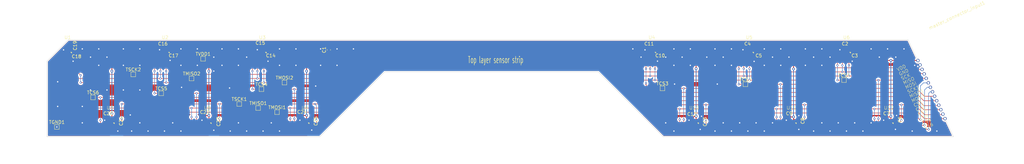
<source format=kicad_pcb>
(kicad_pcb (version 20221018) (generator pcbnew)
  (layers (0 "F.Cu" signal) (31 "B.Cu" signal) (34 "B.Paste" user) (35 "F.Paste" user) (36 "B.SilkS" user "B.Silkscreen") (37 "F.SilkS" user "F.Silkscreen") (38 "B.Mask" user) (39 "F.Mask" user) (44 "Edge.Cuts" user))
  (net 0 "")
  (net 1 "GND")
  (net 2 "VDD")
  (net 3 "SCK")
  (net 4 "MISO")
  (net 5 "MOSI")
  (net 6 "SCK1")
  (net 7 "MISO1")
  (net 8 "MOSI1")
  (net 9 "CS1")
  (net 10 "CS2")
  (net 11 "CS3")
  (net 12 "CS4")
  (net 13 "CS5")
  (net 14 "CS6")
  (footprint "Capacitor_SMD:C_0201_0603Metric" (layer "F.Cu") (at 16.75 106.5 -90)
    (fp_text reference "C19")
    (fp_text value "100nF")
  )
  (footprint "Capacitor_SMD:C_0201_0603Metric" (layer "F.Cu") (at 27.855 128.2)
    (fp_text reference "C20")
    (fp_text value "100nF")
  )
  (footprint "TestPoint:TestPoint_Pad_1.0x1.0mm" (layer "F.Cu") (at 74.5 119.75)
    (fp_text reference "TCS4")
    (fp_text value "TestPoint_Probe")
  )
  (footprint "Capacitor_SMD:C_0201_0603Metric" (layer "F.Cu") (at 267.75 129 -90)
    (fp_text reference "C6")
    (fp_text value "100nF")
  )
  (footprint "Capacitor_SMD:C_0201_0603Metric" (layer "F.Cu") (at 60.4 129.655 -90)
    (fp_text reference "C23")
    (fp_text value "100nF")
  )
  (footprint "BMP581:Strip_pins_top" (layer "F.Cu") (at 277 120.5 25)
    (fp_text reference "master_connector_input1")
    (fp_text value "std_master_output")
  )
  (footprint "Capacitor_SMD:C_0201_0603Metric" (layer "F.Cu") (at 208.4 129.655 -90)
    (fp_text reference "C13")
    (fp_text value "100nF")
  )
  (footprint "TestPoint:TestPoint_Pad_1.0x1.0mm" (layer "F.Cu") (at 221.75 118.25)
    (fp_text reference "TCS2")
    (fp_text value "TestPoint_Probe")
  )
  (footprint "Capacitor_SMD:C_0201_0603Metric" (layer "F.Cu") (at 44.5 107)
    (fp_text reference "C16")
    (fp_text value "100nF")
  )
  (footprint "Capacitor_SMD:C_0201_0603Metric" (layer "F.Cu") (at 195.8 108.5 180)
    (fp_text reference "C10")
    (fp_text value "100nF")
  )
  (footprint "TestPoint:TestPoint_Pad_1.0x1.0mm" (layer "F.Cu") (at 196.5 119.5)
    (fp_text reference "TCS3")
    (fp_text value "TestPoint_Probe")
  )
  (footprint "Capacitor_SMD:C_0201_0603Metric" (layer "F.Cu") (at 74.155 106.75)
    (fp_text reference "C15")
    (fp_text value "100nF")
  )
  (footprint "TestPoint:TestPoint_Pad_1.0x1.0mm" (layer "F.Cu") (at 81.5 117.75)
    (fp_text reference "TMOSI2")
    (fp_text value "TestPoint_Probe")
  )
  (footprint "BMP581:BMP581_Landing_Pattern" (layer "F.Cu") (at 28.416 130.929)
    (fp_text reference "U7")
    (fp_text value "~")
  )
  (footprint "Capacitor_SMD:C_0201_0603Metric" (layer "F.Cu") (at 30.75 129.455 -90)
    (fp_text reference "C21")
    (fp_text value "100nF")
  )
  (footprint "Capacitor_SMD:C_0201_0603Metric" (layer "F.Cu") (at 18.25 108.75 180)
    (fp_text reference "C18")
    (fp_text value "100nF")
  )
  (footprint "TestPoint:TestPoint_Pad_1.0x1.0mm" (layer "F.Cu") (at 35.5 115.25)
    (fp_text reference "TSCK2")
    (fp_text value "TestPoint_Probe")
  )
  (footprint "BMP581:BMP581_Landing_Pattern" (layer "F.Cu") (at 58.036 130.929)
    (fp_text reference "U8")
    (fp_text value "~")
  )
  (footprint "Capacitor_SMD:C_0201_0603Metric" (layer "F.Cu") (at 255 108.5 180)
    (fp_text reference "C3")
    (fp_text value "100nF")
  )
  (footprint "BMP581:BMP581_Landing_Pattern" (layer "F.Cu") (at 222.88 109.5)
    (fp_text reference "U5")
    (fp_text value "~")
  )
  (footprint "Capacitor_SMD:C_0201_0603Metric" (layer "F.Cu") (at 238.145 129.4 -90)
    (fp_text reference "C8")
    (fp_text value "100nF")
  )
  (footprint "TestPoint:TestPoint_Pad_1.0x1.0mm" (layer "F.Cu") (at 73.5 125.5)
    (fp_text reference "TMISO1")
    (fp_text value "TestPoint_Probe")
  )
  (footprint "TestPoint:TestPoint_Pad_1.0x1.0mm" (layer "F.Cu") (at 44 121)
    (fp_text reference "TCS5")
    (fp_text value "TestPoint_Probe")
  )
  (footprint "Capacitor_SMD:C_0201_0603Metric" (layer "F.Cu") (at 222.4 107)
    (fp_text reference "C4")
    (fp_text value "100nF")
  )
  (footprint "Capacitor_SMD:C_0201_0603Metric" (layer "F.Cu") (at 235.055 128.2)
    (fp_text reference "C9")
    (fp_text value "100nF")
  )
  (footprint "Capacitor_SMD:C_0201_0603Metric" (layer "F.Cu") (at 77.345 108.5 180)
    (fp_text reference "C14")
    (fp_text value "100nF")
  )
  (footprint "Capacitor_SMD:C_0201_0603Metric" (layer "F.Cu") (at 264.655 128.2)
    (fp_text reference "C7")
    (fp_text value "100nF")
  )
  (footprint "BMP581:BMP581_Landing_Pattern" (layer "F.Cu") (at 252.5 109.5)
    (fp_text reference "U6")
    (fp_text value "~")
  )
  (footprint "TestPoint:TestPoint_Pad_1.0x1.0mm" (layer "F.Cu") (at 23.25 122.25)
    (fp_text reference "TCS6")
    (fp_text value "TestPoint_Probe")
  )
  (footprint "TestPoint:TestPoint_Pad_1.0x1.0mm" (layer "F.Cu") (at 56.75 110.5)
    (fp_text reference "TVDD1")
    (fp_text value "TestPoint_Probe")
  )
  (footprint "Capacitor_SMD:C_0201_0603Metric" (layer "F.Cu") (at 47.75 108.5 180)
    (fp_text reference "C17")
    (fp_text value "100nF")
  )
  (footprint "BMP581:BMP581_Landing_Pattern" (layer "F.Cu") (at 74.78 109.5)
    (fp_text reference "U3")
    (fp_text value "~")
  )
  (footprint "TestPoint:TestPoint_Pad_1.0x1.0mm" (layer "F.Cu") (at 79.25 126.75)
    (fp_text reference "TMOSI1")
    (fp_text value "TestPoint_Probe")
  )
  (footprint "TestPoint:TestPoint_Pad_1.0x1.0mm" (layer "F.Cu") (at 67.75 124.25)
    (fp_text reference "TSCK1")
    (fp_text value "TestPoint_Probe")
  )
  (footprint "BMP581:BMP581_Landing_Pattern" (layer "F.Cu") (at 193.26 109.5)
    (fp_text reference "U4")
    (fp_text value "~")
  )
  (footprint "Capacitor_SMD:C_0201_0603Metric" (layer "F.Cu") (at 192.455 107)
    (fp_text reference "C11")
    (fp_text value "100nF")
  )
  (footprint "TestPoint:TestPoint_Pad_1.0x1.0mm" (layer "F.Cu") (at 251.75 117)
    (fp_text reference "TCS1")
    (fp_text value "TestPoint_Probe")
  )
  (footprint "BMP581:BMP581_Landing_Pattern" (layer "F.Cu") (at 206.136 130.929)
    (fp_text reference "U10")
    (fp_text value "~")
  )
  (footprint "TestPoint:TestPoint_Pad_1.0x1.0mm" (layer "F.Cu") (at 12.25 131.25)
    (fp_text reference "TGND1")
    (fp_text value "TestPoint_Probe")
  )
  (footprint "BMP581:BMP581_Landing_Pattern" (layer "F.Cu") (at 87.656 130.929)
    (fp_text reference "U9")
    (fp_text value "~")
  )
  (footprint "BMP581:BMP581_Landing_Pattern" (layer "F.Cu") (at 235.756 130.929)
    (fp_text reference "U11")
    (fp_text value "~")
  )
  (footprint "Capacitor_SMD:C_0603_1608Metric" (layer "F.Cu") (at 95 107.8 90)
    (fp_text reference "C1")
    (fp_text value "1uF")
  )
  (footprint "Capacitor_SMD:C_0201_0603Metric" (layer "F.Cu") (at 225.8 108.5 180)
    (fp_text reference "C5")
    (fp_text value "100nF")
  )
  (footprint "BMP581:BMP581_Landing_Pattern" (layer "F.Cu") (at 15.54 109.5)
    (fp_text reference "U1")
    (fp_text value "~")
  )
  (footprint "BMP581:BMP581_Landing_Pattern" (layer "F.Cu") (at 45.16 109.5)
    (fp_text reference "U2")
    (fp_text value "~")
  )
  (footprint "Capacitor_SMD:C_0201_0603Metric" (layer "F.Cu") (at 252.055 107)
    (fp_text reference "C2")
    (fp_text value "100nF")
  )
  (footprint "BMP581:BMP581_Landing_Pattern" (layer "F.Cu") (at 265.376 130.929)
    (fp_text reference "U12")
    (fp_text value "~")
  )
  (footprint "Capacitor_SMD:C_0201_0603Metric" (layer "F.Cu") (at 205.5 128.4)
    (fp_text reference "C12")
    (fp_text value "100nF")
  )
  (footprint "Capacitor_SMD:C_0201_0603Metric" (layer "F.Cu") (at 57.255 127.8)
    (fp_text reference "C22")
    (fp_text value "100nF")
  )
  (footprint "TestPoint:TestPoint_Pad_1.0x1.0mm" (layer "F.Cu") (at 53.25 116.5)
    (fp_text reference "TMISO2")
    (fp_text value "TestPoint_Probe")
  )
  (footprint "Capacitor_SMD:C_0201_0603Metric" (layer "F.Cu") (at 86.855 127.75)
    (fp_text reference "C24")
    (fp_text value "100nF")
  )
  (footprint "Capacitor_SMD:C_0201_0603Metric" (layer "F.Cu") (at 90 129.455 -90)
    (fp_text reference "C25")
    (fp_text value "100nF")
  )
  (gr_line (start 29.5 130) (end 29.75 130) (stroke (width 0.15)) (layer "F.SilkS"))
  (gr_line (start 194.5 108.5) (end 194.25 108.5) (stroke (width 0.15)) (layer "F.SilkS"))
  (gr_line (start 224.25 108.5) (end 224 108.5) (stroke (width 0.15)) (layer "F.SilkS"))
  (gr_line (start 46.25 108.5) (end 46.5 108.5) (stroke (width 0.15)) (layer "F.SilkS"))
  (gr_line (start 89 130.25) (end 88.75 130) (stroke (width 0.15)) (layer "F.SilkS"))
  (gr_line (start 46.5 108.5) (end 46.5 108.75) (stroke (width 0.15)) (layer "F.SilkS"))
  (gr_line (start 194.25 108.5) (end 194.5 108.75) (stroke (width 0.15)) (layer "F.SilkS"))
  (gr_line (start 266.75 130) (end 266.5 130) (stroke (width 0.15)) (layer "F.SilkS"))
  (gr_line (start 237.25 130) (end 237 130) (stroke (width 0.15)) (layer "F.SilkS"))
  (gr_line (start 75.75 108.5) (end 76 108.75) (stroke (width 0.15)) (layer "F.SilkS"))
  (gr_line (start 75.75 108.5) (end 76 108.5) (stroke (width 0.15)) (layer "F.SilkS"))
  (gr_line (start 76 108.5) (end 76 108.75) (stroke (width 0.15)) (layer "F.SilkS"))
  (gr_line (start 16.75 108.75) (end 16.75 108.5) (stroke (width 0.15)) (layer "F.SilkS"))
  (gr_line (start 59.25 130.25) (end 59 130) (stroke (width 0.15)) (layer "F.SilkS"))
  (gr_line (start 89 130.25) (end 89 130) (stroke (width 0.15)) (layer "F.SilkS"))
  (gr_line (start 46.5 108.75) (end 46.25 108.5) (stroke (width 0.15)) (layer "F.SilkS"))
  (gr_line (start 207.25 130) (end 207.5 130.25) (stroke (width 0.15)) (layer "F.SilkS"))
  (gr_line (start 76 108.75) (end 75.75 108.5) (stroke (width 0.15)) (layer "F.SilkS"))
  (gr_line (start 253.5 108.5) (end 253.75 108.75) (stroke (width 0.15)) (layer "F.SilkS"))
  (gr_line (start 266.75 130.25) (end 266.75 130) (stroke (width 0.15)) (layer "F.SilkS"))
  (gr_line (start 237.25 130.25) (end 237.25 130) (stroke (width 0.15)) (layer "F.SilkS"))
  (gr_line (start 59 130) (end 59.25 130) (stroke (width 0.15)) (layer "F.SilkS"))
  (gr_line (start 16.75 108.5) (end 16.5 108.5) (stroke (width 0.15)) (layer "F.SilkS"))
  (gr_line (start 224 108.5) (end 224.25 108.75) (stroke (width 0.15)) (layer "F.SilkS"))
  (gr_line (start 253.75 108.75) (end 253.75 108.5) (stroke (width 0.15)) (layer "F.SilkS"))
  (gr_line (start 207.5 130.25) (end 207.5 130) (stroke (width 0.15)) (layer "F.SilkS"))
  (gr_line (start 237 130) (end 237.25 130.25) (stroke (width 0.15)) (layer "F.SilkS"))
  (gr_line (start 29.75 130) (end 29.75 130.25) (stroke (width 0.15)) (layer "F.SilkS"))
  (gr_line (start 224.25 108.75) (end 224.25 108.5) (stroke (width 0.15)) (layer "F.SilkS"))
  (gr_line (start 207.5 130) (end 207.25 130) (stroke (width 0.15)) (layer "F.SilkS"))
  (gr_line (start 59.25 130) (end 59.25 130.25) (stroke (width 0.15)) (layer "F.SilkS"))
  (gr_line (start 88.75 130) (end 89 130) (stroke (width 0.15)) (layer "F.SilkS"))
  (gr_line (start 29.75 130.25) (end 29.5 130) (stroke (width 0.15)) (layer "F.SilkS"))
  (gr_line (start 194.5 108.75) (end 194.5 108.5) (stroke (width 0.15)) (layer "F.SilkS"))
  (gr_line (start 253.75 108.5) (end 253.5 108.5) (stroke (width 0.15)) (layer "F.SilkS"))
  (gr_line (start 266.5 130) (end 266.75 130.25) (stroke (width 0.15)) (layer "F.SilkS"))
  (gr_line (start 16.5 108.5) (end 16.75 108.75) (stroke (width 0.15)) (layer "F.SilkS"))
  (gr_line (start 196.75 134.25) (end 285.06 134.25) (stroke (width 0.1)) (layer "Edge.Cuts"))
  (gr_line (start 9.25 134.25) (end 9.25 111.25) (stroke (width 0.1)) (layer "Edge.Cuts"))
  (gr_line (start 112 114.5) (end 92.25 134.25) (stroke (width 0.1)) (layer "Edge.Cuts"))
  (gr_line (start 177 114.5) (end 196.75 134.25) (stroke (width 0.1)) (layer "Edge.Cuts"))
  (gr_line (start 112 114.5) (end 177 114.5) (stroke (width 0.1)) (layer "Edge.Cuts"))
  (gr_line (start 15.75 104.75) (end 9.25 111.25) (stroke (width 0.1)) (layer "Edge.Cuts"))
  (gr_line (start 271.25 104.75) (end 285.06 134.25) (stroke (width 0.1)) (layer "Edge.Cuts"))
  (gr_line (start 92.25 134.25) (end 9.25 134.25) (stroke (width 0.1)) (layer "Edge.Cuts"))
  (gr_line (start 271.25 104.75) (end 15.75 104.75) (stroke (width 0.1)) (layer "Edge.Cuts"))
  (gr_text "Top layer sensor strip" (at 137.25 112) (layer "F.SilkS") (effects (font (size 2 1)) (justify left bottom)))
  (segment (start 267.4 131.98) (end 267.124 131.704) (width 0.25) (layer "F.Cu") (net 1))
  (segment (start 86.2 130.4) (end 86.2 129.2) (width 0.25) (layer "F.Cu") (net 1))
  (segment (start 88.652 132.2) (end 88.156 131.704) (width 0.25) (layer "F.Cu") (net 1))
  (segment (start 56.935 127.8) (end 56.3 127.8) (width 0.25) (layer "F.Cu") (net 1))
  (segment (start 45.16 107.91) (end 45 107.75) (width 0.25) (layer "F.Cu") (net 1))
  (segment (start 222.88 108.08) (end 222.55 107.75) (width 0.25) (layer "F.Cu") (net 1))
  (segment (start 28.916 132.166) (end 28.916 131.704) (width 0.25) (layer "F.Cu") (net 1))
  (segment (start 90 129.135) (end 90 128.5) (width 0.25) (layer "F.Cu") (net 1))
  (segment (start 58.036 129.436) (end 57.8 129.2) (width 0.25) (layer "F.Cu") (net 1))
  (segment (start 264.626 130.679) (end 264.108 130.679) (width 0.25) (layer "F.Cu") (net 1))
  (segment (start 206.136 130.154) (end 206.136 129.336) (width 0.25) (layer "F.Cu") (net 1))
  (segment (start 206.136 129.336) (end 206 129.2) (width 0.25) (layer "F.Cu") (net 1))
  (segment (start 237.704 131.704) (end 236.256 131.704) (width 0.25) (layer "F.Cu") (net 1))
  (segment (start 16.875 110.275) (end 17.2 110.6) (width 0.25) (layer "F.Cu") (net 1))
  (segment (start 86.906 130.679) (end 86.479 130.679) (width 0.25) (layer "F.Cu") (net 1))
  (segment (start 264.108 130.679) (end 263.8 130.371) (width 0.25) (layer "F.Cu") (net 1))
  (segment (start 254.25 110.75) (end 253.775 110.275) (width 0.25) (layer "F.Cu") (net 1))
  (segment (start 73.835 106.75) (end 73.25 106.75) (width 0.25) (layer "F.Cu") (net 1))
  (segment (start 222.4 107.75) (end 221 107.75) (width 0.25) (layer "F.Cu") (net 1))
  (segment (start 263.8 130.371) (end 263.8 129.2) (width 0.25) (layer "F.Cu") (net 1))
  (segment (start 234.429 130.679) (end 235.006 130.679) (width 0.25) (layer "F.Cu") (net 1))
  (segment (start 87.156 130.154) (end 87.156 129.356) (width 0.25) (layer "F.Cu") (net 1))
  (segment (start 57.536 130.154) (end 57.536 129.336) (width 0.25) (layer "F.Cu") (net 1))
  (segment (start 204.679 130.679) (end 204.6 130.6) (width 0.25) (layer "F.Cu") (net 1))
  (segment (start 56.4 129.2) (end 56.4 130.4) (width 0.25) (layer "F.Cu") (net 1))
  (segment (start 267.75 128.68) (end 267.75 127.75) (width 0.25) (layer "F.Cu") (net 1))
  (segment (start 221.5 109.25) (end 221 108.75) (width 0.25) (layer "F.Cu") (net 1))
  (segment (start 255.32 108.5) (end 256 108.5) (width 0.25) (layer "F.Cu") (net 1))
  (segment (start 254.25 111.25) (end 254.25 110.75) (width 0.25) (layer "F.Cu") (net 1))
  (segment (start 265.376 129.376) (end 265.2 129.2) (width 0.25) (layer "F.Cu") (net 1))
  (segment (start 235.756 130.154) (end 235.756 129.356) (width 0.25) (layer "F.Cu") (net 1))
  (segment (start 86.479 130.679) (end 86.2 130.4) (width 0.25) (layer "F.Cu") (net 1))
  (segment (start 95 108.575) (end 95 110) (width 0.25) (layer "F.Cu") (net 1))
  (segment (start 17.2 110.6) (end 17.2 111.25) (width 0.25) (layer "F.Cu") (net 1))
  (segment (start 205.636 129.236) (end 205.6 129.2) (width 0.25) (layer "F.Cu") (net 1))
  (segment (start 27.916 130.154) (end 27.916 129.316) (width 0.25) (layer "F.Cu") (net 1))
  (segment (start 48.07 108.5) (end 48.75 108.5) (width 0.25) (layer "F.Cu") (net 1))
  (segment (start 89.8 132.2) (end 88.652 132.2) (width 0.25) (layer "F.Cu") (net 1))
  (segment (start 18.57 108.75) (end 19.5 108.75) (width 0.25) (layer "F.Cu") (net 1))
  (segment (start 265.376 130.154) (end 265.376 129.376) (width 0.25) (layer "F.Cu") (net 1))
  (segment (start 76.25 110.275) (end 75.28 110.275) (width 0.25) (layer "F.Cu") (net 1))
  (segment (start 208 132) (end 207.704 131.704) (width 0.25) (layer "F.Cu") (net 1))
  (segment (start 27.535 128.2) (end 27.05 128.2) (width 0.25) (layer "F.Cu") (net 1))
  (segment (start 57.536 129.336) (end 57.4 129.2) (width 0.25) (layer "F.Cu") (net 1))
  (segment (start 45 107.75) (end 44.5 107.75) (width 0.25) (layer "F.Cu") (net 1))
  (segment (start 45.16 108.725) (end 45.16 107.91) (width 0.25) (layer "F.Cu") (net 1))
  (segment (start 60.4 129.335) (end 60.4 128.6) (width 0.25) (layer "F.Cu") (net 1))
  (segment (start 224.4 110.65) (end 224.4 111.3) (width 0.25) (layer "F.Cu") (net 1))
  (segment (start 56.679 130.679) (end 57.286 130.679) (width 0.25) (layer "F.Cu") (net 1))
  (segment (start 73.5 109.25) (end 73.25 109) (width 0.25) (layer "F.Cu") (net 1))
  (segment (start 208.4 129.335) (end 208.4 128.85) (width 0.25) (layer "F.Cu") (net 1))
  (segment (start 193 107.8) (end 192.8 107.8) (width 0.25) (layer "F.Cu") (net 1))
  (segment (start 238 132) (end 237.704 131.704) (width 0.25) (layer "F.Cu") (net 1))
  (segment (start 30.75 129.135) (end 30.75 128.5) (width 0.25) (layer "F.Cu") (net 1))
  (segment (start 58.036 130.154) (end 58.036 129.436) (width 0.25) (layer "F.Cu") (net 1))
  (segment (start 46.375 110.275) (end 45.66 110.275) (width 0.25) (layer "F.Cu") (net 1))
  (segment (start 77.665 108.5) (end 78.25 108.5) (width 0.25) (layer "F.Cu") (net 1))
  (segment (start 74.78 108.725) (end 74.78 107.78) (width 0.25) (layer "F.Cu") (net 1))
  (segment (start 192.76 108.725) (end 192.76 107.84) (width 0.25) (layer "F.Cu") (net 1))
  (segment (start 222.38 107.77) (end 222.4 107.75) (width 0.25) (layer "F.Cu") (net 1))
  (segment (start 16.75 106.18) (end 16.75 105.5) (width 0.25) (layer "F.Cu") (net 1))
  (segment (start 28.2 129.2) (end 27.8 129.2) (width 0.25) (layer "F.Cu") (net 1))
  (segment (start 74.28 108.725) (end 74.28 107.75) (width 0.25) (layer "F.Cu") (net 1))
  (segment (start 191.2 107.8) (end 191.2 108.95) (width 0.25) (layer "F.Cu") (net 1))
  (segment (start 76.5 111.25) (end 76.5 110.525) (width 0.25) (layer "F.Cu") (net 1))
  (segment (start 60 132.25) (end 59.454 131.704) (width 0.25) (layer "F.Cu") (net 1))
  (segment (start 205.636 130.154) (end 205.636 129.236) (width 0.25) (layer "F.Cu") (net 1))
  (segment (start 44.18 107) (end 43.25 107) (width 0.25) (layer "F.Cu") (net 1))
  (segment (start 235.256 129.256) (end 235.2 129.2) (width 0.25) (layer "F.Cu") (net 1))
  (segment (start 191.2 108.95) (end 191.5 109.25) (width 0.25) (layer "F.Cu") (net 1))
  (segment (start 43.5 107.75) (end 43.5 108.9) (width 0.25) (layer "F.Cu") (net 1))
  (segment (start 235.256 130.154) (end 235.256 129.256) (width 0.25) (layer "F.Cu") (net 1))
  (segment (start 57.4 129.2) (end 56.4 129.2) (width 0.25) (layer "F.Cu") (net 1))
  (segment (start 74.78 107.78) (end 74.75 107.75) (width 0.25) (layer "F.Cu") (net 1))
  (segment (start 194.525 110.275) (end 193.76 110.275) (width 0.25) (layer "F.Cu") (net 1))
  (segment (start 235.6 129.2) (end 235.2 129.2) (width 0.25) (layer "F.Cu") (net 1))
  (segment (start 15.04 108.725) (end 15.04 107.79) (width 0.25) (layer "F.Cu") (net 1))
  (segment (start 263.8 129.2) (end 264.8 129.2) (width 0.25) (layer "F.Cu") (net 1))
  (segment (start 26.8 129.2) (end 26.8 130.3) (width 0.25) (layer "F.Cu") (net 1))
  (segment (start 251 109.25) (end 251.75 109.25) (width 0.25) (layer "F.Cu") (net 1))
  (segment (start 27.8 129.2) (end 26.8 129.2) (width 0.25) (layer "F.Cu") (net 1))
  (segment (start 15.54 107.79) (end 15.54 108.725) (width 0.25) (layer "F.Cu") (net 1))
  (segment (start 74 107.75) (end 73.25 107.75) (width 0.25) (layer "F.Cu") (net 1))
  (segment (start 192.76 107.84) (end 192.8 107.8) (width 0.25) (layer "F.Cu") (net 1))
  (segment (start 234.2 129.2) (end 234.2 130.45) (width 0.25) (layer "F.Cu") (net 1))
  (segment (start 16.04 110.275) (end 16.875 110.275) (width 0.25) (layer "F.Cu") (net 1))
  (segment (start 74.28 107.75) (end 74 107.75) (width 0.25) (layer "F.Cu") (net 1))
  (segment (start 191.5 109.25) (end 192.51 109.25) (width 0.25) (layer "F.Cu") (net 1))
  (segment (start 267.124 131.704) (end 265.876 131.704) (width 0.25) (layer "F.Cu") (net 1))
  (segment (start 74.75 107.75) (end 74 107.75) (width 0.25) (layer "F.Cu") (net 1))
  (segment (start 192.135 107) (end 191.5 107) (width 0.25) (layer "F.Cu") (net 1))
  (segment (start 195 111.23) (end 195 110.75) (width 0.25) (layer "F.Cu") (net 1))
  (segment (start 221 108.75) (end 221 107.75) (width 0.25) (layer "F.Cu") (net 1))
  (segment (start 205.6 129.2) (end 204.6 129.2) (width 0.25) (layer "F.Cu") (net 1))
  (segment (start 76.5 110.525) (end 76.25 110.275) (width 0.25) (layer "F.Cu") (net 1))
  (segment (start 235.2 129.2) (end 234.2 129.2) (width 0.25) (layer "F.Cu") (net 1))
  (segment (start 222.55 107.75) (end 222.4 107.75) (width 0.25) (layer "F.Cu") (net 1))
  (segment (start 222.88 108.725) (end 222.88 108.08) (width 0.25) (layer "F.Cu") (net 1))
  (segment (start 26.8 130.3) (end 27.179 130.679) (width 0.25) (layer "F.Cu") (net 1))
  (segment (start 264.876 129.276) (end 264.8 129.2) (width 0.25) (layer "F.Cu") (net 1))
  (segment (start 252.5 108.725) (end 252.5 108) (width 0.25) (layer "F.Cu") (net 1))
  (segment (start 222.38 108.725) (end 222.38 107.77) (width 0.25) (layer "F.Cu") (net 1))
  (segment (start 46.7 110.6) (end 46.375 110.275) (width 0.25) (layer "F.Cu") (net 1))
  (segment (start 252 107.75) (end 251.5 107.75) (width 0.25) (layer "F.Cu") (net 1))
  (segment (start 195 110.75) (end 194.525 110.275) (width 0.25) (layer "F.Cu") (net 1))
  (segment (start 234.735 128.2) (end 234 128.2) (width 0.25) (layer "F.Cu") (net 1))
  (segment (start 14.29 107.79) (end 14.29 109.19) (width 0.25) (layer "F.Cu") (net 1))
  (segment (start 44.5 107.75) (end 43.5 107.75) (width 0.25) (layer "F.Cu") (net 1))
  (segment (start 251.5 107.75) (end 250.5 107.75) (width 0.25) (layer "F.Cu") (net 1))
  (segment (start 30.8 132.5) (end 29.25 132.5) (width 0.25) (layer "F.Cu") (net 1))
  (segment (start 29.25 132.5) (end 28.916 132.166) (width 0.25) (layer "F.Cu") (net 1))
  (segment (start 87.656 130.154) (end 87.656 129.256) (width 0.25) (layer "F.Cu") (net 1))
  (segment (start 193.26 108.725) (end 193.26 108.06) (width 0.25) (layer "F.Cu") (net 1))
  (segment (start 192.8 107.8) (end 191.2 107.8) (width 0.25) (layer "F.Cu") (net 1))
  (segment (start 251.735 107) (end 251 107) (width 0.25) (layer "F.Cu") (net 1))
  (segment (start 204.6 130.6) (end 204.6 129.2) (width 0.25) (layer "F.Cu") (net 1))
  (segment (start 86.2 129.2) (end 87 129.2) (width 0.25) (layer "F.Cu") (net 1))
  (segment (start 265.2 129.2) (end 264.8 129.2) (width 0.25) (layer "F.Cu") (net 1))
  (segment (start 207.704 131.704) (end 206.636 131.704) (width 0.25) (layer "F.Cu") (net 1))
  (segment (start 264.876 130.154) (end 264.876 129.276) (width 0.25) (layer "F.Cu") (net 1))
  (segment (start 43.85 109.25) (end 44.41 109.25) (width 0.25) (layer "F.Cu") (net 1))
  (segment (start 223.38 110.275) (end 224.025 110.275) (width 0.25) (layer "F.Cu") (net 1))
  (segment (start 252 107.75) (end 252 108.725) (width 0.25) (layer "F.Cu") (net 1))
  (segment (start 222.13 109.25) (end 221.5 109.25) (width 0.25) (layer "F.Cu") (net 1))
  (segment (start 87.6 129.2) (end 87 129.2) (width 0.25) (layer "F.Cu") (net 1))
  (segment (start 59.454 131.704) (end 58.536 131.704) (width 0.25) (layer "F.Cu") (net 1))
  (segment (start 14.29 107.79) (end 15.54 107.79) (width 0.25) (layer "F.Cu") (net 1))
  (segment (start 27.179 130.679) (end 27.666 130.679) (width 0.25) (layer "F.Cu") (net 1))
  (segment (start 196.12 108.5) (end 196.75 108.5) (width 0.25) (layer "F.Cu") (net 1))
  (segment (start 27.916 129.316) (end 27.8 129.2) (width 0.25) (layer "F.Cu") (net 1))
  (segment (start 44.66 107.91) (end 44.5 107.75) (width 0.25) (layer "F.Cu") (net 1))
  (segment (start 44.66 108.725) (end 44.66 107.91) (width 0.25) (layer "F.Cu") (net 1))
  (segment (start 57.8 129.2) (end 57.4 129.2) (width 0.25) (layer "F.Cu") (net 1))
  (segment (start 46.7 111) (end 46.7 110.6) (width 0.25) (layer "F.Cu") (net 1))
  (segment (start 14.29 109.19) (end 14.35 109.25) (width 0.25) (layer "F.Cu") (net 1))
  (segment (start 235.756 129.356) (end 235.6 129.2) (width 0.25) (layer "F.Cu") (net 1))
  (segment (start 28.416 129.416) (end 28.2 129.2) (width 0.25) (layer "F.Cu") (net 1))
  (segment (start 87.156 129.356) (end 87 129.2) (width 0.25) (layer "F.Cu") (net 1))
  (segment (start 252.5 108) (end 252.25 107.75) (width 0.25) (layer "F.Cu") (net 1))
  (segment (start 43.5 108.9) (end 43.85 109.25) (width 0.25) (layer "F.Cu") (net 1))
  (segment (start 250.5 107.75) (end 250.5 108.75) (width 0.25) (layer "F.Cu") (net 1))
  (segment (start 226.12 108.5) (end 226.75 108.5) (width 0.25) (layer "F.Cu") (net 1))
  (segment (start 252.25 107.75) (end 252 107.75) (width 0.25) (layer "F.Cu") (net 1))
  (segment (start 74.03 109.25) (end 73.5 109.25) (width 0.25) (layer "F.Cu") (net 1))
  (segment (start 206 129.2) (end 205.6 129.2) (width 0.25) (layer "F.Cu") (net 1))
  (segment (start 238.145 129.08) (end 238.145 128.605) (width 0.25) (layer "F.Cu") (net 1))
  (segment (start 87.656 129.256) (end 87.6 129.2) (width 0.25) (layer "F.Cu") (net 1))
  (segment (start 205.18 128.4) (end 204.6 128.4) (width 0.25) (layer "F.Cu") (net 1))
  (segment (start 193.26 108.06) (end 193 107.8) (width 0.25) (layer "F.Cu") (net 1))
  (segment (start 264.335 128.2) (end 263.75 128.2) (width 0.25) (layer "F.Cu") (net 1))
  (segment (start 56.4 130.4) (end 56.679 130.679) (width 0.25) (layer "F.Cu") (net 1))
  (segment (start 222.08 107) (end 221.5 107) (width 0.25) (layer "F.Cu") (net 1))
  (segment (start 14.35 109.25) (end 14.79 109.25) (width 0.25) (layer "F.Cu") (net 1))
  (segment (start 234.2 130.45) (end 234.429 130.679) (width 0.25) (layer "F.Cu") (net 1))
  (segment (start 205.386 130.679) (end 204.679 130.679) (width 0.25) (layer "F.Cu") (net 1))
  (segment (start 73.25 109) (end 73.25 107.75) (width 0.25) (layer "F.Cu") (net 1))
  (segment (start 28.416 130.154) (end 28.416 129.416) (width 0.25) (layer "F.Cu") (net 1))
  (segment (start 253.775 110.275) (end 253 110.275) (width 0.25) (layer "F.Cu") (net 1))
  (segment (start 250.5 108.75) (end 251 109.25) (width 0.25) (layer "F.Cu") (net 1))
  (segment (start 86.535 127.75) (end 86 127.75) (width 0.25) (layer "F.Cu") (net 1))
  (segment (start 224.025 110.275) (end 224.4 110.65) (width 0.25) (layer "F.Cu") (net 1))
  (via (at 50 132.5) (size 0.8) (drill 0.4) (layers "F.Cu" "B.Cu") (net 1))
  (via (at 222.5 132.5) (size 0.8) (drill 0.4) (layers "F.Cu" "B.Cu") (net 1))
  (via (at 67.5 107.5) (size 0.8) (drill 0.4) (layers "F.Cu" "B.Cu") (net 1))
  (via (at 191.2 107.8) (size 0.8) (drill 0.4) (layers "F.Cu" "B.Cu") (net 1))
  (via (at 234.2 129.2) (size 0.8) (drill 0.4) (layers "F.Cu" "B.Cu") (net 1))
  (via (at 55 107.5) (size 0.8) (drill 0.4) (layers "F.Cu" "B.Cu") (net 1))
  (via (at 80 107.5) (size 0.8) (drill 0.4) (layers "F.Cu" "B.Cu") (net 1))
  (via (at 245 130) (size 0.8) (drill 0.4) (layers "F.Cu" "B.Cu") (net 1))
  (via (at 217.5 107.5) (size 0.8) (drill 0.4) (layers "F.Cu" "B.Cu") (net 1))
  (via (at 25 107.5) (size 0.8) (drill 0.4) (layers "F.Cu" "B.Cu") (net 1))
  (via (at 212.5 107.5) (size 0.8) (drill 0.4) (layers "F.Cu" "B.Cu") (net 1))
  (via (at 37.5 112.5) (size 0.8) (drill 0.4) (layers "F.Cu" "B.Cu") (net 1))
  (via (at 200 132.5) (size 0.8) (drill 0.4) (layers "F.Cu" "B.Cu") (net 1))
  (via (at 91 118.8) (size 0.8) (drill 0.4) (layers "F.Cu" "B.Cu") (net 1))
  (via (at 187.5 107.5) (size 0.8) (drill 0.4) (layers "F.Cu" "B.Cu") (net 1))
  (via (at 260 130) (size 0.8) (drill 0.4) (layers "F.Cu" "B.Cu") (net 1))
  (via (at 250.5 107.75) (size 0.8) (drill 0.4) (layers "F.Cu" "B.Cu") (net 1))
  (via (at 232.5 112.5) (size 0.8) (drill 0.4) (layers "F.Cu" "B.Cu") (net 1))
  (via (at 240 112.5) (size 0.8) (drill 0.4) (layers "F.Cu" "B.Cu") (net 1))
  (via (at 37.5 130) (size 0.8) (drill 0.4) (layers "F.Cu" "B.Cu") (net 1))
  (via (at 12.5 125) (size 0.8) (drill 0.4) (layers "F.Cu" "B.Cu") (net 1))
  (via (at 70 110) (size 0.8) (drill 0.4) (layers "F.Cu" "B.Cu") (net 1))
  (via (at 267.5 110) (size 0.8) (drill 0.4) (layers "F.Cu" "B.Cu") (net 1))
  (via (at 270 107.5) (size 0.8) (drill 0.4) (layers "F.Cu" "B.Cu") (net 1))
  (via (at 46.7 111) (size 0.8) (drill 0.4) (layers "F.Cu" "B.Cu") (net 1))
  (via (at 32.5 120) (size 0.8) (drill 0.4) (layers "F.Cu" "B.Cu") (net 1))
  (via (at 50 112.5) (size 0.8) (drill 0.4) (layers "F.Cu" "B.Cu") (net 1))
  (via (at 92.5 112.5) (size 0.8) (drill 0.4) (layers "F.Cu" "B.Cu") (net 1))
  (via (at 254.25 111.25) (size 0.8) (drill 0.4) (layers "F.Cu" "B.Cu") (net 1))
  (via (at 280 132.5) (size 0.8) (drill 0.4) (layers "F.Cu" "B.Cu") (net 1))
  (via (at 247.5 110) (size 0.8) (drill 0.4) (layers "F.Cu" "B.Cu") (net 1))
  (via (at 262.5 110) (size 0.8) (drill 0.4) (layers "F.Cu" "B.Cu") (net 1))
  (via (at 73.25 107.75) (size 0.8) (drill 0.4) (layers "F.Cu" "B.Cu") (net 1))
  (via (at 208 132) (size 0.8) (drill 0.4) (layers "F.Cu" "B.Cu") (net 1))
  (via (at 212.5 132.5) (size 0.8) (drill 0.4) (layers "F.Cu" "B.Cu") (net 1))
  (via (at 70 132.5) (size 0.8) (drill 0.4) (layers "F.Cu" "B.Cu") (net 1))
  (via (at 265 107.5) (size 0.8) (drill 0.4) (layers "F.Cu" "B.Cu") (net 1))
  (via (at 227.5 132.5) (size 0.8) (drill 0.4) (layers "F.Cu" "B.Cu") (net 1))
  (via (at 32.5 107.5) (size 0.8) (drill 0.4) (layers "F.Cu" "B.Cu") (net 1))
  (via (at 255 130) (size 0.8) (drill 0.4) (layers "F.Cu" "B.Cu") (net 1))
  (via (at 204.6 129.2) (size 0.8) (drill 0.4) (layers "F.Cu" "B.Cu") (net 1))
  (via (at 50 107.5) (size 0.8) (drill 0.4) (layers "F.Cu" "B.Cu") (net 1))
  (via (at 27.5 120) (size 0.8) (drill 0.4) (layers "F.Cu" "B.Cu") (net 1))
  (via (at 62.5 107.5) (size 0.8) (drill 0.4) (layers "F.Cu" "B.Cu") (net 1))
  (via (at 230 110) (size 0.8) (drill 0.4) (layers "F.Cu" "B.Cu") (net 1))
  (via (at 14.29 107.79) (size 0.8) (drill 0.4) (layers "F.Cu" "B.Cu") (net 1))
  (via (at 273.25 112.5) (size 0.8) (drill 0.4) (layers "F.Cu" "B.Cu") (net 1))
  (via (at 200 112.5) (size 0.8) (drill 0.4) (layers "F.Cu" "B.Cu") (net 1))
  (via (at 208.4 128) (size 0.8) (drill 0.4) (layers "F.Cu" "B.Cu") (net 1))
  (via (at 224.4 111.3) (size 0.8) (drill 0.4) (layers "F.Cu" "B.Cu") (net 1))
  (via (at 20 107.5) (size 0.8) (drill 0.4) (layers "F.Cu" "B.Cu") (net 1))
  (via (at 92.5 107.5) (size 0.8) (drill 0.4) (layers "F.Cu" "B.Cu") (net 1))
  (via (at 232.5 107.5) (size 0.8) (drill 0.4) (layers "F.Cu" "B.Cu") (net 1))
  (via (at 260 107.5) (size 0.8) (drill 0.4) (layers "F.Cu" "B.Cu") (net 1))
  (via (at 85 112.5) (size 0.8) (drill 0.4) (layers "F.Cu" "B.Cu") (net 1))
  (via (at 267.4 131.98) (size 0.8) (drill 0.4) (layers "F.Cu" "B.Cu") (net 1))
  (via (at 50.2 119.2) (size 0.8) (drill 0.4) (layers "F.Cu" "B.Cu") (net 1))
  (via (at 86.2 129.2) (size 0.8) (drill 0.4) (layers "F.Cu" "B.Cu") (net 1))
  (via (at 212.5 112.5) (size 0.8) (drill 0.4) (layers "F.Cu" "B.Cu") (net 1))
  (via (at 263.8 129.2) (size 0.8) (drill 0.4) (layers "F.Cu" "B.Cu") (net 1))
  (via (at 202.5 110) (size 0.8) (drill 0.4) (layers "F.Cu" "B.Cu") (net 1))
  (via (at 97.5 107.5) (size 0.8) (drill 0.4) (layers "F.Cu" "B.Cu") (net 1))
  (via (at 197.5 110) (size 0.8) (drill 0.4) (layers "F.Cu" "B.Cu") (net 1))
  (via (at 195 111.23) (size 0.8) (drill 0.4) (layers "F.Cu" "B.Cu") (net 1))
  (via (at 257.5 132.5) (size 0.8) (drill 0.4) (layers "F.Cu" "B.Cu") (net 1))
  (via (at 221 107.75) (size 0.8) (drill 0.4) (layers "F.Cu" "B.Cu") (net 1))
  (via (at 197.5 130) (size 0.8) (drill 0.4) (layers "F.Cu" "B.Cu") (net 1))
  (via (at 245 107.5) (size 0.8) (drill 0.4) (layers "F.Cu" "B.Cu") (net 1))
  (via (at 210 110) (size 0.8) (drill 0.4) (layers "F.Cu" "B.Cu") (net 1))
  (via (at 56.4 129.2) (size 0.8) (drill 0.4) (layers "F.Cu" "B.Cu") (net 1))
  (via (at 97.5 112.5) (size 0.8) (drill 0.4) (layers "F.Cu" "B.Cu") (net 1))
  (via (at 40 132.5) (size 0.8) (drill 0.4) (layers "F.Cu" "B.Cu") (net 1))
  (via (at 60 114.25) (size 0.8) (drill 0.4) (layers "F.Cu" "B.Cu") (net 1))
  (via (at 272.5 132.5) (size 0.8) (drill 0.4) (layers "F.Cu" "B.Cu") (net 1))
  (via (at 60 132.25) (size 0.8) (drill 0.4) (layers "F.Cu" "B.Cu") (net 1))
  (via (at 67.5 112.5) (size 0.8) (drill 0.4) (layers "F.Cu" "B.Cu") (net 1))
  (via (at 12.5 117.5) (size 0.8) (drill 0.4) (layers "F.Cu" "B.Cu") (net 1))
  (via (at 80 112.5) (size 0.8) (drill 0.4) (layers "F.Cu" "B.Cu") (net 1))
  (via (at 25 112.5) (size 0.8) (drill 0.4) (layers "F.Cu" "B.Cu") (net 1))
  (via (at 240 107.5) (size 0.8) (drill 0.4) (layers "F.Cu" "B.Cu") (net 1))
  (via (at 60 110) (size 0.8) (drill 0.4) (layers "F.Cu" "B.Cu") (net 1))
  (via (at 26.8 129.2) (size 0.8) (drill 0.4) (layers "F.Cu" "B.Cu") (net 1))
  (via (at 22.5 120) (size 0.8) (drill 0.4) (layers "F.Cu" "B.Cu") (net 1))
  (via (at 242.5 132.5) (size 0.8) (drill 0.4) (layers "F.Cu" "B.Cu") (net 1))
  (via (at 205 107.5) (size 0.8) (drill 0.4) (layers "F.Cu" "B.Cu") (net 1))
  (via (at 215 110) (size 0.8) (drill 0.4) (layers "F.Cu" "B.Cu") (net 1))
  (via (at 190 110) (size 0.8) (drill 0.4) (layers "F.Cu" "B.Cu") (net 1))
  (via (at 238 132) (size 0.8) (drill 0.4) (layers "F.Cu" "B.Cu") (net 1))
  (via (at 85 107.5) (size 0.8) (drill 0.4) (layers "F.Cu" "B.Cu") (net 1))
  (via (at 267.75 127.75) (size 0.8) (drill 0.4) (layers "F.Cu" "B.Cu") (net 1))
  (via (at 75 132.5) (size 0.8) (drill 0.4) (layers "F.Cu" "B.Cu") (net 1))
  (via (at 200.2 118.2) (size 0.8) (drill 0.4) (layers "F.Cu" "B.Cu") (net 1))
  (via (at 238 127.8) (size 0.8) (drill 0.4) (layers "F.Cu" "B.Cu") (net 1))
  (via (at 235 110) (size 0.8) (drill 0.4) (layers "F.Cu" "B.Cu") (net 1))
  (via (at 20 130) (size 0.8) (drill 0.4) (layers "F.Cu" "B.Cu") (net 1))
  (via (at 220 130) (size 0.8) (drill 0.4) (layers "F.Cu" "B.Cu") (net 1))
  (via (at 102.5 107.5) (size 0.8) (drill 0.4) (layers "F.Cu" "B.Cu") (net 1))
  (via (at 80 132.5) (size 0.8) (drill 0.4) (layers "F.Cu" "B.Cu") (net 1))
  (via (at 242.5 110) (size 0.8) (drill 0.4) (layers "F.Cu" "B.Cu") (net 1))
  (via (at 76.5 111.25) (size 0.8) (drill 0.4) (layers "F.Cu" "B.Cu") (net 1))
  (via (at 37.5 120) (size 0.8) (drill 0.4) (layers "F.Cu" "B.Cu") (net 1))
  (via (at 200 107.5) (size 0.8) (drill 0.4) (layers "F.Cu" "B.Cu") (net 1))
  (via (at 230 130) (size 0.8) (drill 0.4) (layers "F.Cu" "B.Cu") (net 1))
  (via (at 32.5 112.5) (size 0.8) (drill 0.4) (layers "F.Cu" "B.Cu") (net 1))
  (via (at 227.5 107.5) (size 0.8) (drill 0.4) (layers "F.Cu" "B.Cu") (net 1))
  (via (at 55 112.5) (size 0.8) (drill 0.4) (layers "F.Cu" "B.Cu") (net 1))
  (via (at 20 125) (size 0.8) (drill 0.4) (layers "F.Cu" "B.Cu") (net 1))
  (via (at 27.5 110) (size 0.8) (drill 0.4) (layers "F.Cu" "B.Cu") (net 1))
  (via (at 225 130) (size 0.8) (drill 0.4) (layers "F.Cu" "B.Cu") (net 1))
  (via (at 245 112.5) (size 0.8) (drill 0.4) (layers "F.Cu" "B.Cu") (net 1))
  (via (at 217.5 132.5) (size 0.8) (drill 0.4) (layers "F.Cu" "B.Cu") (net 1))
  (via (at 252.5 132.5) (size 0.8) (drill 0.4) (layers "F.Cu" "B.Cu") (net 1))
  (via (at 247.5 132.5) (size 0.8) (drill 0.4) (layers "F.Cu" "B.Cu") (net 1))
  (via (at 65 132.5) (size 0.8) (drill 0.4) (layers "F.Cu" "B.Cu") (net 1))
  (via (at 45 132.5) (size 0.8) (drill 0.4) (layers "F.Cu" "B.Cu") (net 1))
  (via (at 30.8 132.5) (size 0.8) (drill 0.4) (layers "F.Cu" "B.Cu") (net 1))
  (via (at 217.5 112.5) (size 0.8) (drill 0.4) (layers "F.Cu" "B.Cu") (net 1))
  (via (at 47.5 130) (size 0.8) (drill 0.4) (layers "F.Cu" "B.Cu") (net 1))
  (via (at 35 132.5) (size 0.8) (drill 0.4) (layers "F.Cu" "B.Cu") (net 1))
  (via (at 227.5 112.5) (size 0.8) (drill 0.4) (layers "F.Cu" "B.Cu") (net 1))
  (via (at 12.25 131.25) (size 0.8) (drill 0.4) (layers "F.Cu" "B.Cu") (net 1))
  (via (at 67.5 130) (size 0.8) (drill 0.4) (layers "F.Cu" "B.Cu") (net 1))
  (via (at 77.5 130) (size 0.8) (drill 0.4) (layers "F.Cu" "B.Cu") (net 1))
  (via (at 64.8 119.4) (size 0.8) (drill 0.4) (layers "F.Cu" "B.Cu") (net 1))
  (via (at 89.8 132.2) (size 0.8) (drill 0.4) (layers "F.Cu" "B.Cu") (net 1))
  (via (at 215 130) (size 0.8) (drill 0.4) (layers "F.Cu" "B.Cu") (net 1))
  (via (at 22.5 110) (size 0.8) (drill 0.4) (layers "F.Cu" "B.Cu") (net 1))
  (via (at 205 112.5) (size 0.8) (drill 0.4) (layers "F.Cu" "B.Cu") (net 1))
  (via (at 43.5 107.75) (size 0.8) (drill 0.4) (layers "F.Cu" "B.Cu") (net 1))
  (via (at 34.6 127.6) (size 0.8) (drill 0.4) (layers "F.Cu" "B.Cu") (net 1))
  (via (at 250 130) (size 0.8) (drill 0.4) (layers "F.Cu" "B.Cu") (net 1))
  (via (at 37.5 107.5) (size 0.8) (drill 0.4) (layers "F.Cu" "B.Cu") (net 1))
  (via (at 213.2 118.2) (size 0.8) (drill 0.4) (layers "F.Cu" "B.Cu") (net 1))
  (via (at 62.5 112.5) (size 0.8) (drill 0.4) (layers "F.Cu" "B.Cu") (net 1))
  (via (at 17.2 111.25) (size 0.8) (drill 0.4) (layers "F.Cu" "B.Cu") (net 1))
  (segment (start 274.872861 112.389033) (end 274.761894 112.5) (width 0.25) (layer "B.Cu") (net 1))
  (segment (start 274.761894 112.5) (end 273.25 112.5) (width 0.25) (layer "B.Cu") (net 1))
  (segment (start 206.75 129.5775) (end 206.636 129.6915) (width 0.25) (layer "F.Cu") (net 2))
  (segment (start 194.35 109.25) (end 194.6 109) (width 0.25) (layer "F.Cu") (net 2))
  (segment (start 58.536 127.836) (end 58.5 127.8) (width 0.25) (layer "F.Cu") (net 2))
  (segment (start 29 129.6075) (end 28.916 129.6915) (width 0.25) (layer "F.Cu") (net 2))
  (segment (start 266.571 130.679) (end 266.8 130.45) (width 0.25) (layer "F.Cu") (net 2))
  (segment (start 194.6 107.85) (end 194.25 107.5) (width 0.25) (layer "F.Cu") (net 2))
  (segment (start 206.75 106) (end 206.25 106) (width 0.25) (layer "F.Cu") (net 2))
  (segment (start 224.25 108.5) (end 224.25 108) (width 0.25) (layer "F.Cu") (net 2))
  (segment (start 17.25 108.75) (end 17.25 107.515) (width 0.25) (layer "F.Cu") (net 2))
  (segment (start 236.4 129.3435) (end 236.256 129.4875) (width 0.25) (layer "F.Cu") (net 2))
  (segment (start 88.156 129.544) (end 88.156 130.154) (width 0.25) (layer "F.Cu") (net 2))
  (segment (start 266.8 129.3) (end 266.5 129) (width 0.25) (layer "F.Cu") (net 2))
  (segment (start 237.2 130.4) (end 237.2 129.8) (width 0.25) (layer "F.Cu") (net 2))
  (segment (start 29.8 129.8) (end 30.725 129.8) (width 0.25) (layer "F.Cu") (net 2))
  (segment (start 59.2 129.1) (end 58.536 129.1) (width 0.25) (layer "F.Cu") (net 2))
  (segment (start 254 109) (end 254 108.5) (width 0.25) (layer "F.Cu") (net 2))
  (segment (start 266.8 129.8) (end 266.8 129.3) (width 0.25) (layer "F.Cu") (net 2))
  (segment (start 30.725 129.8) (end 30.75 129.775) (width 0.25) (layer "F.Cu") (net 2))
  (segment (start 208.375 130) (end 208.4 129.975) (width 0.25) (layer "F.Cu") (net 2))
  (segment (start 75.28 106.03) (end 75.25 106) (width 0.25) (layer "F.Cu") (net 2))
  (segment (start 58.786 130.679) (end 59.121 130.679) (width 0.25) (layer "F.Cu") (net 2))
  (segment (start 16.29 109.25) (end 17 109.25) (width 0.25) (layer "F.Cu") (net 2))
  (segment (start 28.5 106) (end 58.5 106) (width 0.25) (layer "F.Cu") (net 2))
  (segment (start 274.153206 111) (end 260 111) (width 0.25) (layer "F.Cu") (net 2))
  (segment (start 224.25 108) (end 223.75 107.5) (width 0.25) (layer "F.Cu") (net 2))
  (segment (start 17.25 108.75) (end 17.93 108.75) (width 0.25) (layer "F.Cu") (net 2))
  (segment (start 253 107) (end 253 106) (width 0.25) (layer "F.Cu") (net 2))
  (segment (start 193.76 107) (end 192.775 107) (width 0.25) (layer "F.Cu") (net 2))
  (segment (start 193.75 106.99) (end 193.75 106) (width 0.25) (layer "F.Cu") (net 2))
  (segment (start 75.28 106.75) (end 75.28 106.03) (width 0.25) (layer "F.Cu") (net 2))
  (segment (start 194.25 107.5) (end 193.76 107.5) (width 0.25) (layer "F.Cu") (net 2))
  (segment (start 46.5 109) (end 46.5 108.5) (width 0.25) (layer "F.Cu") (net 2))
  (segment (start 29.621 130.679) (end 29.8 130.5) (width 0.25) (layer "F.Cu") (net 2))
  (segment (start 45.66 107) (end 44.82 107) (width 0.25) (layer "F.Cu") (net 2))
  (segment (start 59.4 129.3) (end 59.2 129.1) (width 0.25) (layer "F.Cu") (net 2))
  (segment (start 29.166 130.679) (end 29.621 130.679) (width 0.25) (layer "F.Cu") (net 2))
  (segment (start 260 111) (end 255 106) (width 0.25) (layer "F.Cu") (net 2))
  (segment (start 255 106) (end 253 106) (width 0.25) (layer "F.Cu") (net 2))
  (segment (start 76.25 108.5) (end 77.025 108.5) (width 0.25) (layer "F.Cu") (net 2))
  (segment (start 236.4 113.6) (end 236.4 106) (width 0.25) (layer "F.Cu") (net 2))
  (segment (start 17.25 107.515) (end 17.2575 107.5075) (width 0.25) (layer "F.Cu") (net 2))
  (segment (start 29 114.25) (end 29 106) (width 0.25) (layer "F.Cu") (net 2))
  (segment (start 267.61 129.8) (end 267.75 129.66) (width 0.25) (layer "F.Cu") (net 2))
  (segment (start 194.6 109) (end 194.6 108.4) (width 0.25) (layer "F.Cu") (net 2))
  (segment (start 58.5 127.8) (end 57.575 127.8) (width 0.25) (layer "F.Cu") (net 2))
  (segment (start 265.876 129.6915) (end 265.876 130.154) (width 0.25) (layer "F.Cu") (net 2))
  (segment (start 266.126 130.679) (end 266.571 130.679) (width 0.25) (layer "F.Cu") (net 2))
  (segment (start 236.4 128.2) (end 236.4 129.3435) (width 0.25) (layer "F.Cu") (net 2))
  (segment (start 207.2 128.95) (end 206.75 128.95) (width 0.25) (layer "F.Cu") (net 2))
  (segment (start 236.256 129.4875) (end 236.256 130.154) (width 0.25) (layer "F.Cu") (net 2))
  (segment (start 29 106) (end 28.5 106) (width 0.25) (layer "F.Cu") (net 2))
  (segment (start 17.9925 107.5075) (end 17.2575 107.5075) (width 0.25) (layer "F.Cu") (net 2))
  (segment (start 58.5 110.5) (end 58.5 114.25) (width 0.25) (layer "F.Cu") (net 2))
  (segment (start 88.25 127.75) (end 88.25 129.45) (width 0.25) (layer "F.Cu") (net 2))
  (segment (start 46.25 107.5) (end 45.66 107.5) (width 0.25) (layer "F.Cu") (net 2))
  (segment (start 95 106) (end 87.75 106) (width 0.25) (layer "F.Cu") (net 2))
  (segment (start 237.2 129.8) (end 238.065 129.8) (width 0.25) (layer "F.Cu") (net 2))
  (segment (start 253 106) (end 206.25 106) (width 0.25) (layer "F.Cu") (net 2))
  (segment (start 252.375 107) (end 253 107) (width 0.25) (layer "F.Cu") (net 2))
  (segment (start 207.6 130) (end 208.375 130) (width 0.25) (layer "F.Cu") (net 2))
  (segment (start 266 128) (end 265.8 128.2) (width 0.25) (layer "F.Cu") (net 2))
  (segment (start 88.721 130.679) (end 89 130.4) (width 0.25) (layer "F.Cu") (net 2))
  (segment (start 95 106) (end 95 106.825) (width 0.25) (layer "F.Cu") (net 2))
  (segment (start 89.975 129.8) (end 90 129.775) (width 0.25) (layer "F.Cu") (net 2))
  (segment (start 195.48 108.5) (end 194.7 108.5) (width 0.25) (layer "F.Cu") (net 2))
  (segment (start 75.25 106) (end 87.75 106) (width 0.25) (layer "F.Cu") (net 2))
  (segment (start 45.66 108.725) (end 45.66 106) (width 0.25) (layer "F.Cu") (net 2))
  (segment (start 194.01 109.25) (end 194.35 109.25) (width 0.25) (layer "F.Cu") (net 2))
  (segment (start 76.25 108) (end 76 107.75) (width 0.25) (layer "F.Cu") (net 2))
  (segment (start 46.5 107.75) (end 46.25 107.5) (width 0.25) (layer "F.Cu") (net 2))
  (segment (start 194.6 108.4) (end 194.6 107.85) (width 0.25) (layer "F.Cu") (net 2))
  (segment (start 237.2 129.8) (end 237.2 129.4) (width 0.25) (layer "F.Cu") (net 2))
  (segment (start 17.2575 107.5075) (end 16.75 107.5075) (width 0.25) (layer "F.Cu") (net 2))
  (segment (start 236.8 129) (end 236.4 129) (width 0.25) (layer "F.Cu") (net 2))
  (segment (start 266.5 129) (end 266 129) (width 0.25) (layer "F.Cu") (net 2))
  (segment (start 59.4 130) (end 60.375 130) (width 0.25) (layer "F.Cu") (net 2))
  (segment (start 254 108.5) (end 254 108) (width 0.25) (layer "F.Cu") (net 2))
  (segment (start 88.25 129.45) (end 88.156 129.544) (width 0.25) (layer "F.Cu") (net 2))
  (segment (start 75.28 108.725) (end 75.28 106.75) (width 0.25) (layer "F.Cu") (net 2))
  (segment (start 75.28 106.75) (end 74.475 106.75) (width 0.25) (layer "F.Cu") (net 2))
  (segment (start 237.2 129.4) (end 236.8 129) (width 0.25) (layer "F.Cu") (net 2))
  (segment (start 267.75 129.66) (end 267.75 129.32) (width 0.25) (layer "F.Cu") (net 2))
  (segment (start 46.5 108.5) (end 47.43 108.5) (width 0.25) (layer "F.Cu") (net 2))
  (segment (start 223.38 108.725) (end 223.38 107) (width 0.25) (layer "F.Cu") (net 2))
  (segment (start 206.75 113.5) (end 206.75 106) (width 0.25) (layer "F.Cu") (net 2))
  (segment (start 89 129.2) (end 88.7 128.9) (width 0.25) (layer "F.Cu") (net 2))
  (segment (start 238.065 129.8) (end 238.145 129.72) (width 0.25) (layer "F.Cu") (net 2))
  (segment (start 206.75 128) (end 206.22 128) (width 0.25) (layer "F.Cu") (net 2))
  (segment (start 193.76 107) (end 193.75 106.99) (width 0.25) (layer "F.Cu") (net 2))
  (segment (start 266 129.5675) (end 265.876 129.6915) (width 0.25) (layer "F.Cu") (net 2))
  (segment (start 206.75 128.95) (end 206.75 129.5775) (width 0.25) (layer "F.Cu") (net 2))
  (segment (start 253.75 109.25) (end 254 109) (width 0.25) (layer "F.Cu") (net 2))
  (segment (start 19.5 106) (end 17.9925 107.5075) (width 0.25) (layer "F.Cu") (net 2))
  (segment (start 207.6 130) (end 207.6 129.35) (width 0.25) (layer "F.Cu") (net 2))
  (segment (start 224.25 109) (end 224.25 108.5) (width 0.25) (layer "F.Cu") (net 2))
  (segment (start 254 108.5) (end 254.68 108.5) (width 0.25) (layer "F.Cu") (net 2))
  (segment (start 193.76 108.725) (end 193.76 107) (width 0.25) (layer "F.Cu") (net 2))
  (segment (start 76 107.75) (end 75.28 107.75) (width 0.25) (layer "F.Cu") (net 2))
  (segment (start 76.25 109) (end 76.25 108.5) (width 0.25) (layer "F.Cu") (net 2))
  (segment (start 88.25 127.75) (end 87.175 127.75) (width 0.25) (layer "F.Cu") (net 2))
  (segment (start 60.375 130) (end 60.4 129.975) (width 0.25) (layer "F.Cu") (net 2))
  (segment (start 59.4 130) (end 59.4 129.3) (width 0.25) (layer "F.Cu") (net 2))
  (segment (start 46.5 108.5) (end 46.5 107.75) (width 0.25) (layer "F.Cu") (net 2))
  (segment (start 59.121 130.679) (end 59.4 130.4) (width 0.25) (layer "F.Cu") (net 2))
  (segment (start 236.4 128.2) (end 235.375 128.2) (width 0.25) (layer "F.Cu") (net 2))
  (segment (start 207.6 130.4) (end 207.6 130) (width 0.25) (layer "F.Cu") (net 2))
  (segment (start 76.25 108.5) (end 76.25 108) (width 0.25) (layer "F.Cu") (net 2))
  (segment (start 28.5 106) (end 19.5 106) (width 0.25) (layer "F.Cu") (net 2))
  (segment (start 76 109.25) (end 76.25 109) (width 0.25) (layer "F.Cu") (net 2))
  (segment (start 29.8 129.2) (end 29.5 128.9) (width 0.25) (layer "F.Cu") (net 2))
  (segment (start 59.4 130.4) (end 59.4 130) (width 0.25) (layer "F.Cu") (net 2))
  (segment (start 29 128.2) (end 28.175 128.2) (width 0.25) (layer "F.Cu") (net 2))
  (segment (start 206.25 106) (end 193.75 106) (width 0.25) (layer "F.Cu") (net 2))
  (segment (start 58.5 110.5) (end 58.5 106) (width 0.25) (layer "F.Cu") (net 2))
  (segment (start 29 127.2) (end 29 128.2) (width 0.25) (layer "F.Cu") (net 2))
  (segment (start 206.886 130.679) (end 207.321 130.679) (width 0.25) (layer "F.Cu") (net 2))
  (segment (start 89 130.4) (end 89 129.8) (width 0.25) (layer "F.Cu") (net 2))
  (segment (start 89 129.8) (end 89 129.2) (width 0.25) (layer "F.Cu") (net 2))
  (segment (start 88.25 114.25) (end 88.25 106) (width 0.25) (layer "F.Cu") (net 2))
  (segment (start 45.91 109.25) (end 46.25 109.25) (width 0.25) (layer "F.Cu") (net 2))
  (segment (start 29 128.2) (end 29 129.6075) (width 0.25) (layer "F.Cu") (net 2))
  (segment (start 223.75 107.5) (end 223.38 107.5) (width 0.25) (layer "F.Cu") (net 2))
  (segment (start 88.25 106) (end 87.75 106) (width 0.25) (layer "F.Cu") (net 2))
  (segment (start 193.75 106) (end 95 106) (width 0.25) (layer "F.Cu") (net 2))
  (segment (start 265.8 128.2) (end 264.975 128.2) (width 0.25) (layer "F.Cu") (net 2))
  (segment (start 207.321 130.679) (end 207.6 130.4) (width 0.25) (layer "F.Cu") (net 2))
  (segment (start 266.8 129.8) (end 267.61 129.8) (width 0.25) (layer "F.Cu") (net 2))
  (segment (start 88.7 128.9) (end 88.25 128.9) (width 0.25) (layer "F.Cu") (net 2))
  (segment (start 58.536 130.154) (end 58.536 127.836) (width 0.25) (layer "F.Cu") (net 2))
  (segment (start 29.8 130.5) (end 29.8 129.8) (width 0.25) (layer "F.Cu") (net 2))
  (segment (start 223.38 107) (end 223.38 106) (width 0.25) (layer "F.Cu") (net 2))
  (segment (start 266.8 130.45) (end 266.8 129.8) (width 0.25) (layer "F.Cu") (net 2))
  (segment (start 266 128) (end 266 129.5675) (width 0.25) (layer "F.Cu") (net 2))
  (segment (start 16.04 107.96) (end 16.04 108.725) (width 0.25) (layer "F.Cu") (net 2))
  (segment (start 253 107) (end 253 108.725) (width 0.25) (layer "F.Cu") (net 2))
  (segment (start 236.921 130.679) (end 237.2 130.4) (width 0.25) (layer "F.Cu") (net 2))
  (segment (start 223.38 107) (end 222.72 107) (width 0.25) (layer "F.Cu") (net 2))
  (segment (start 224 109.25) (end 224.25 109) (width 0.25) (layer "F.Cu") (net 2))
  (segment (start 16.4925 107.5075) (end 16.04 107.96) (width 0.25) (layer "F.Cu") (net 2))
  (segment (start 194.7 108.5) (end 194.6 108.4) (width 0.25) (layer "F.Cu") (net 2))
  (segment (start 224.25 108.5) (end 225.48 108.5) (width 0.25) (layer "F.Cu") (net 2))
  (segment (start 17.25 109) (end 17.25 108.75) (width 0.25) (layer "F.Cu") (net 2))
  (segment (start 254 108) (end 253.75 107.75) (width 0.25) (layer "F.Cu") (net 2))
  (segment (start 253.75 107.75) (end 253 107.75) (width 0.25) (layer "F.Cu") (net 2))
  (segment (start 88.406 130.679) (end 88.721 130.679) (width 0.25) (layer "F.Cu") (net 2))
  (segment (start 56.75 110.5) (end 58.5 110.5) (width 0.25) (layer "F.Cu") (net 2))
  (segment (start 17 109.25) (end 17.25 109) (width 0.25) (layer "F.Cu") (net 2))
  (segment (start 207.6 129.35) (end 207.2 128.95) (width 0.25) (layer "F.Cu") (net 2))
  (segment (start 223.63 109.25) (end 224 109.25) (width 0.25) (layer "F.Cu") (net 2))
  (segment (start 206.636 129.6915) (end 206.636 130.154) (width 0.25) (layer "F.Cu") (net 2))
  (segment (start 75.53 109.25) (end 76 109.25) (width 0.25) (layer "F.Cu") (net 2))
  (segment (start 16.75 106.82) (end 16.75 107.5075) (width 0.25) (layer "F.Cu") (net 2))
  (segment (start 253.25 109.25) (end 253.75 109.25) (width 0.25) (layer "F.Cu") (net 2))
  (segment (start 58.5 106) (end 75.25 106) (width 0.25) (layer "F.Cu") (net 2))
  (segment (start 89 129.8) (end 89.975 129.8) (width 0.25) (layer "F.Cu") (net 2))
  (segment (start 16.75 107.5075) (end 16.4925 107.5075) (width 0.25) (layer "F.Cu") (net 2))
  (segment (start 206.75 128) (end 206.75 128.95) (width 0.25) (layer "F.Cu") (net 2))
  (segment (start 236.506 130.679) (end 236.921 130.679) (width 0.25) (layer "F.Cu") (net 2))
  (segment (start 29.8 129.8) (end 29.8 129.2) (width 0.25) (layer "F.Cu") (net 2))
  (segment (start 29.5 128.9) (end 29 128.9) (width 0.25) (layer "F.Cu") (net 2))
  (segment (start 206.22 128) (end 205.82 128.4) (width 0.25) (layer "F.Cu") (net 2))
  (segment (start 28.916 129.6915) (end 28.916 130.154) (width 0.25) (layer "F.Cu") (net 2))
  (segment (start 46.25 109.25) (end 46.5 109) (width 0.25) (layer "F.Cu") (net 2))
  (via (at 29 127.2) (size 0.8) (drill 0.4) (layers "F.Cu" "B.Cu") (net 2))
  (via (at 88.25 127.75) (size 0.8) (drill 0.4) (layers "F.Cu" "B.Cu") (net 2))
  (via (at 266 111) (size 0.8) (drill 0.4) (layers "F.Cu" "B.Cu") (net 2))
  (via (at 236.4 128.2) (size 0.8) (drill 0.4) (layers "F.Cu" "B.Cu") (net 2))
  (via (at 206.75 128) (size 0.8) (drill 0.4) (layers "F.Cu" "B.Cu") (net 2))
  (via (at 236.4 113.6) (size 0.8) (drill 0.4) (layers "F.Cu" "B.Cu") (net 2))
  (via (at 88.25 114.25) (size 0.8) (drill 0.4) (layers "F.Cu" "B.Cu") (net 2))
  (via (at 266 128) (size 0.8) (drill 0.4) (layers "F.Cu" "B.Cu") (net 2))
  (via (at 58.5 114.25) (size 0.8) (drill 0.4) (layers "F.Cu" "B.Cu") (net 2))
  (via (at 29 114.25) (size 0.8) (drill 0.4) (layers "F.Cu" "B.Cu") (net 2))
  (via (at 58.5 127.8) (size 0.8) (drill 0.4) (layers "F.Cu" "B.Cu") (net 2))
  (via (at 206.75 113.5) (size 0.8) (drill 0.4) (layers "F.Cu" "B.Cu") (net 2))
  (segment (start 206.75 128) (end 206.75 113.5) (width 0.25) (layer "B.Cu") (net 2))
  (segment (start 29 114.25) (end 29 127.2) (width 0.25) (layer "B.Cu") (net 2))
  (segment (start 58.5 127.8) (end 58.5 114.25) (width 0.25) (layer "B.Cu") (net 2))
  (segment (start 236.4 113.6) (end 236.4 128.2) (width 0.25) (layer "B.Cu") (net 2))
  (segment (start 88.25 127.75) (end 88.25 114.25) (width 0.25) (layer "B.Cu") (net 2))
  (segment (start 266 111) (end 266 128) (width 0.25) (layer "B.Cu") (net 2))
  (segment (start 245 113.25) (end 243.75 114.5) (width 0.15) (layer "F.Cu") (net 3))
  (segment (start 255.5 113.25) (end 245 113.25) (width 0.15) (layer "F.Cu") (net 3))
  (segment (start 196.25 110.25) (end 196.25 114.5) (width 0.15) (layer "F.Cu") (net 3))
  (segment (start 195.75 109.75) (end 196.25 110.25) (width 0.15) (layer "F.Cu") (net 3))
  (segment (start 47.25 109.75) (end 48 110.5) (width 0.15) (layer "F.Cu") (net 3))
  (segment (start 254.75 109.75) (end 255.5 110.5) (width 0.15) (layer "F.Cu") (net 3))
  (segment (start 18 109.75) (end 23.5 115.25) (width 0.15) (layer "F.Cu") (net 3))
  (segment (start 275.505283 113.75) (end 272.25 113.75) (width 0.15) (layer "F.Cu") (net 3))
  (segment (start 184 107.75) (end 190.75 114.5) (width 0.15) (layer "F.Cu") (net 3))
  (segment (start 225.75 110.75) (end 225.75 114.5) (width 0.15) (layer "F.Cu") (net 3))
  (segment (start 253.25 109.75) (end 254.75 109.75) (width 0.15) (layer "F.Cu") (net 3))
  (segment (start 194.01 109.75) (end 195.75 109.75) (width 0.15) (layer "F.Cu") (net 3))
  (segment (start 271.75 113.25) (end 255.5 113.25) (width 0.15) (layer "F.Cu") (net 3))
  (segment (start 23.5 115.25) (end 48 115.25) (width 0.15) (layer "F.Cu") (net 3))
  (segment (start 255.5 110.5) (end 255.5 113.25) (width 0.15) (layer "F.Cu") (net 3))
  (segment (start 45.91 109.75) (end 47.25 109.75) (width 0.15) (layer "F.Cu") (net 3))
  (segment (start 78 115.25) (end 97.5 115.25) (width 0.15) (layer "F.Cu") (net 3))
  (segment (start 77 109.75) (end 78 110.75) (width 0.15) (layer "F.Cu") (net 3))
  (segment (start 97.5 115.25) (end 105 107.75) (width 0.15) (layer "F.Cu") (net 3))
  (segment (start 16.29 109.75) (end 18 109.75) (width 0.15) (layer "F.Cu") (net 3))
  (segment (start 223.63 109.75) (end 224.75 109.75) (width 0.15) (layer "F.Cu") (net 3))
  (segment (start 48 110.5) (end 48 115.25) (width 0.15) (layer "F.Cu") (net 3))
  (segment (start 224.75 109.75) (end 225.75 110.75) (width 0.15) (layer "F.Cu") (net 3))
  (segment (start 48 115.25) (end 78 115.25) (width 0.15) (layer "F.Cu") (net 3))
  (segment (start 243.75 114.5) (end 225.75 114.5) (width 0.15) (layer "F.Cu") (net 3))
  (segment (start 105 107.75) (end 184 107.75) (width 0.15) (layer "F.Cu") (net 3))
  (segment (start 75.53 109.75) (end 77 109.75) (width 0.15) (layer "F.Cu") (net 3))
  (segment (start 196.25 114.5) (end 197.75 114.5) (width 0.15) (layer "F.Cu") (net 3))
  (segment (start 272.25 113.75) (end 271.75 113.25) (width 0.15) (layer "F.Cu") (net 3))
  (segment (start 190.75 114.5) (end 197.75 114.5) (width 0.15) (layer "F.Cu") (net 3))
  (segment (start 78 110.75) (end 78 115.25) (width 0.15) (layer "F.Cu") (net 3))
  (segment (start 275.506788 113.748495) (end 275.505283 113.75) (width 0.15) (layer "F.Cu") (net 3))
  (segment (start 225.75 114.5) (end 197.75 114.5) (width 0.15) (layer "F.Cu") (net 3))
  (segment (start 190.25 115.75) (end 183 108.5) (width 0.15) (layer "F.Cu") (net 4))
  (segment (start 43.75 110.7675) (end 44.2425 110.275) (width 0.15) (layer "F.Cu") (net 4))
  (segment (start 276.140716 115.107957) (end 276.032759 115) (width 0.15) (layer "F.Cu") (net 4))
  (segment (start 183 108.5) (end 105.75 108.5) (width 0.15) (layer "F.Cu") (net 4))
  (segment (start 73.25 114.25) (end 73.25 110.5) (width 0.15) (layer "F.Cu") (net 4))
  (segment (start 276.032759 115) (end 272.2 115) (width 0.15) (layer "F.Cu") (net 4))
  (segment (start 44.2425 110.275) (end 44.66 110.275) (width 0.15) (layer "F.Cu") (net 4))
  (segment (start 245.75 114.5) (end 244.5 115.75) (width 0.15) (layer "F.Cu") (net 4))
  (segment (start 251.475 110.275) (end 252 110.275) (width 0.15) (layer "F.Cu") (net 4))
  (segment (start 73.25 110.5) (end 73.475 110.275) (width 0.15) (layer "F.Cu") (net 4))
  (segment (start 192.76 110.275) (end 192.76 113.49) (width 0.15) (layer "F.Cu") (net 4))
  (segment (start 43.75 114.25) (end 43.75 110.7675) (width 0.15) (layer "F.Cu") (net 4))
  (segment (start 14 110.525) (end 14.25 110.275) (width 0.15) (layer "F.Cu") (net 4))
  (segment (start 105.75 108.5) (end 97.75 116.5) (width 0.15) (layer "F.Cu") (net 4))
  (segment (start 14 112.625) (end 14 110.525) (width 0.15) (layer "F.Cu") (net 4))
  (segment (start 244.5 115.75) (end 190.25 115.75) (width 0.15) (layer "F.Cu") (net 4))
  (segment (start 221.725 110.275) (end 221.25 110.75) (width 0.15) (layer "F.Cu") (net 4))
  (segment (start 251.25 110.5) (end 251.475 110.275) (width 0.15) (layer "F.Cu") (net 4))
  (segment (start 221.25 110.75) (end 221.25 113.5) (width 0.15) (layer "F.Cu") (net 4))
  (segment (start 272.2 115) (end 271.7 114.5) (width 0.15) (layer "F.Cu") (net 4))
  (segment (start 271.7 114.5) (end 245.75 114.5) (width 0.15) (layer "F.Cu") (net 4))
  (segment (start 17.875 116.5) (end 14 112.625) (width 0.15) (layer "F.Cu") (net 4))
  (segment (start 222.38 110.275) (end 221.725 110.275) (width 0.15) (layer "F.Cu") (net 4))
  (segment (start 73.475 110.275) (end 74.28 110.275) (width 0.15) (layer "F.Cu") (net 4))
  (segment (start 14.25 110.275) (end 15.04 110.275) (width 0.15) (layer "F.Cu") (net 4))
  (segment (start 192.76 113.49) (end 192.75 113.5) (width 0.15) (layer "F.Cu") (net 4))
  (segment (start 251.25 112.5) (end 251.25 110.5) (width 0.15) (layer "F.Cu") (net 4))
  (segment (start 97.75 116.5) (end 17.875 116.5) (width 0.15) (layer "F.Cu") (net 4))
  (via (at 192.75 115.75) (size 0.6) (drill 0.3) (layers "F.Cu" "B.Cu") (net 4))
  (via (at 73.25 114.25) (size 0.6) (drill 0.3) (layers "F.Cu" "B.Cu") (net 4))
  (via (at 221.25 113.5) (size 0.6) (drill 0.3) (layers "F.Cu" "B.Cu") (net 4))
  (via (at 251.25 114.5) (size 0.6) (drill 0.3) (layers "F.Cu" "B.Cu") (net 4))
  (via (at 73.25 116.5) (size 0.6) (drill 0.3) (layers "F.Cu" "B.Cu") (net 4))
  (via (at 192.75 113.5) (size 0.6) (drill 0.3) (layers "F.Cu" "B.Cu") (net 4))
  (via (at 43.75 114.25) (size 0.6) (drill 0.3) (layers "F.Cu" "B.Cu") (net 4))
  (via (at 251.25 112.5) (size 0.6) (drill 0.3) (layers "F.Cu" "B.Cu") (net 4))
  (via (at 221.25 115.75) (size 0.6) (drill 0.3) (layers "F.Cu" "B.Cu") (net 4))
  (via (at 43.75 116.5) (size 0.6) (drill 0.3) (layers "F.Cu" "B.Cu") (net 4))
  (segment (start 73.25 114.25) (end 73.25 116.5) (width 0.15) (layer "B.Cu") (net 4))
  (segment (start 251.25 112.5) (end 251.25 114.5) (width 0.15) (layer "B.Cu") (net 4))
  (segment (start 43.75 114.25) (end 43.75 116.5) (width 0.15) (layer "B.Cu") (net 4))
  (segment (start 221.25 113.5) (end 221.25 115.75) (width 0.15) (layer "B.Cu") (net 4))
  (segment (start 192.75 113.5) (end 192.75 115.75) (width 0.15) (layer "B.Cu") (net 4))
  (segment (start 19.5 117.75) (end 98 117.75) (width 0.15) (layer "F.Cu") (net 5))
  (segment (start 246.5 115.75) (end 271.625 115.75) (width 0.15) (layer "F.Cu") (net 5))
  (segment (start 75.25 111.75) (end 75.25 114.25) (width 0.15) (layer "F.Cu") (net 5))
  (segment (start 98 117.75) (end 106.5 109.25) (width 0.15) (layer "F.Cu") (net 5))
  (segment (start 252.5 111) (end 252.5 110.275) (width 0.15) (layer "F.Cu") (net 5))
  (segment (start 190 117) (end 245.25 117) (width 0.15) (layer "F.Cu") (net 5))
  (segment (start 106.5 109.25) (end 182.25 109.25) (width 0.15) (layer "F.Cu") (net 5))
  (segment (start 45.16 110.275) (end 45.16 111.41) (width 0.15) (layer "F.Cu") (net 5))
  (segment (start 276.742061 116.5) (end 276.774643 116.467418) (width 0.15) (layer "F.Cu") (net 5))
  (segment (start 223 111.25) (end 223 113.5) (width 0.15) (layer "F.Cu") (net 5))
  (segment (start 222.88 111.13) (end 223 111.25) (width 0.15) (layer "F.Cu") (net 5))
  (segment (start 15.54 110.275) (end 15.54 111.54) (width 0.15) (layer "F.Cu") (net 5))
  (segment (start 193.26 110.275) (end 193.26 111.26) (width 0.15) (layer "F.Cu") (net 5))
  (segment (start 45.5 111.75) (end 45.5 114.25) (width 0.15) (layer "F.Cu") (net 5))
  (segment (start 74.78 110.275) (end 74.78 111.28) (width 0.15) (layer "F.Cu") (net 5))
  (segment (start 182.25 109.25) (end 190 117) (width 0.15) (layer "F.Cu") (net 5))
  (segment (start 15.54 111.54) (end 19.5 115.5) (width 0.15) (layer "F.Cu") (net 5))
  (segment (start 245.25 117) (end 246.5 115.75) (width 0.15) (layer "F.Cu") (net 5))
  (segment (start 271.625 115.75) (end 272.375 116.5) (width 0.15) (layer "F.Cu") (net 5))
  (segment (start 74.78 111.28) (end 75.25 111.75) (width 0.15) (layer "F.Cu") (net 5))
  (segment (start 253.25 111.75) (end 252.5 111) (width 0.15) (layer "F.Cu") (net 5))
  (segment (start 222.88 110.275) (end 222.88 111.13) (width 0.15) (layer "F.Cu") (net 5))
  (segment (start 253.25 112.5) (end 253.25 111.75) (width 0.15) (layer "F.Cu") (net 5))
  (segment (start 272.375 116.5) (end 276.742061 116.5) (width 0.15) (layer "F.Cu") (net 5))
  (segment (start 45.16 111.41) (end 45.5 111.75) (width 0.15) (layer "F.Cu") (net 5))
  (segment (start 194.25 112.25) (end 194.25 113.5) (width 0.15) (layer "F.Cu") (net 5))
  (segment (start 193.26 111.26) (end 194.25 112.25) (width 0.15) (layer "F.Cu") (net 5))
  (via (at 253.25 112.5) (size 0.6) (drill 0.3) (layers "F.Cu" "B.Cu") (net 5))
  (via (at 223 113.5) (size 0.6) (drill 0.3) (layers "F.Cu" "B.Cu") (net 5))
  (via (at 75.25 114.25) (size 0.6) (drill 0.3) (layers "F.Cu" "B.Cu") (net 5))
  (via (at 45.5 117.75) (size 0.6) (drill 0.3) (layers "F.Cu" "B.Cu") (net 5))
  (via (at 223 117) (size 0.6) (drill 0.3) (layers "F.Cu" "B.Cu") (net 5))
  (via (at 194.25 113.5) (size 0.6) (drill 0.3) (layers "F.Cu" "B.Cu") (net 5))
  (via (at 75.25 117.75) (size 0.6) (drill 0.3) (layers "F.Cu" "B.Cu") (net 5))
  (via (at 253.25 115.75) (size 0.6) (drill 0.3) (layers "F.Cu" "B.Cu") (net 5))
  (via (at 19.5 115.5) (size 0.6) (drill 0.3) (layers "F.Cu" "B.Cu") (net 5))
  (via (at 45.5 114.25) (size 0.6) (drill 0.3) (layers "F.Cu" "B.Cu") (net 5))
  (via (at 194.25 117) (size 0.6) (drill 0.3) (layers "F.Cu" "B.Cu") (net 5))
  (via (at 19.5 117.75) (size 0.6) (drill 0.3) (layers "F.Cu" "B.Cu") (net 5))
  (segment (start 253.25 112.5) (end 253.25 115.75) (width 0.15) (layer "B.Cu") (net 5))
  (segment (start 19.5 115.5) (end 19.5 117.75) (width 0.15) (layer "B.Cu") (net 5))
  (segment (start 223 113.5) (end 223 117) (width 0.15) (layer "B.Cu") (net 5))
  (segment (start 75.25 114.25) (end 75.25 117.75) (width 0.15) (layer "B.Cu") (net 5))
  (segment (start 194.25 113.5) (end 194.25 117) (width 0.15) (layer "B.Cu") (net 5))
  (segment (start 45.5 114.25) (end 45.5 117.75) (width 0.15) (layer "B.Cu") (net 5))
  (segment (start 30 131.5) (end 29.679 131.179) (width 0.15) (layer "F.Cu") (net 6))
  (segment (start 31 131.5) (end 30 131.5) (width 0.15) (layer "F.Cu") (net 6))
  (segment (start 90 131.25) (end 89 131.25) (width 0.15) (layer "F.Cu") (net 6))
  (segment (start 109.5 112.25) (end 179 112.25) (width 0.15) (layer "F.Cu") (net 6))
  (segment (start 91.2 130.05) (end 90 131.25) (width 0.15) (layer "F.Cu") (net 6))
  (segment (start 32 130.5) (end 31 131.5) (width 0.15) (layer "F.Cu") (net 6))
  (segment (start 267.321 131.179) (end 266.126 131.179) (width 0.15) (layer "F.Cu") (net 6))
  (segment (start 91.2 129.2) (end 91.2 130.05) (width 0.15) (layer "F.Cu") (net 6))
  (segment (start 269.2 124.5) (end 270.25 124.5) (width 0.15) (layer "F.Cu") (net 6))
  (segment (start 89 131.25) (end 88.929 131.179) (width 0.15) (layer "F.Cu") (net 6))
  (segment (start 29.679 131.179) (end 29.166 131.179) (width 0.15) (layer "F.Cu") (net 6))
  (segment (start 238.071 131.179) (end 236.506 131.179) (width 0.15) (layer "F.Cu") (net 6))
  (segment (start 239.75 129.5) (end 238.071 131.179) (width 0.15) (layer "F.Cu") (net 6))
  (segment (start 270.25 124.5) (end 274.75 129) (width 0.15) (layer "F.Cu") (net 6))
  (segment (start 191.25 124.5) (end 269.2 124.5) (width 0.15) (layer "F.Cu") (net 6))
  (segment (start 269.2 129.25) (end 269.2 129.3) (width 0.15) (layer "F.Cu") (net 6))
  (segment (start 61.75 128.75) (end 61.75 130) (width 0.15) (layer "F.Cu") (net 6))
  (segment (start 61.75 130) (end 60.571 131.179) (width 0.15) (layer "F.Cu") (net 6))
  (segment (start 239.75 128.25) (end 239.75 129.5) (width 0.15) (layer "F.Cu") (net 6))
  (segment (start 32 124.25) (end 97.5 124.25) (width 0.15) (layer "F.Cu") (net 6))
  (segment (start 209.75 129.5) (end 209.75 130.25) (width 0.15) (layer "F.Cu") (net 6))
  (segment (start 179 112.25) (end 191.25 124.5) (width 0.15) (layer "F.Cu") (net 6))
  (segment (start 209.75 130.25) (end 208.821 131.179) (width 0.15) (layer "F.Cu") (net 6))
  (segment (start 208.821 131.179) (end 206.886 131.179) (width 0.15) (layer "F.Cu") (net 6))
  (segment (start 274.75 129) (end 275 129) (width 0.15) (layer "F.Cu") (net 6))
  (segment (start 269.2 129.3) (end 267.321 131.179) (width 0.15) (layer "F.Cu") (net 6))
  (segment (start 32 128.75) (end 32 130.5) (width 0.15) (layer "F.Cu") (net 6))
  (segment (start 97.5 124.25) (end 109.5 112.25) (width 0.15) (layer "F.Cu") (net 6))
  (segment (start 88.929 131.179) (end 88.406 131.179) (width 0.15) (layer "F.Cu") (net 6))
  (segment (start 60.571 131.179) (end 58.786 131.179) (width 0.15) (layer "F.Cu") (net 6))
  (via (at 269.2 124.5) (size 0.6) (drill 0.3) (layers "F.Cu" "B.Cu") (net 6))
  (via (at 239.75 128.25) (size 0.6) (drill 0.3) (layers "F.Cu" "B.Cu") (net 6))
  (via (at 91.2 129.2) (size 0.6) (drill 0.3) (layers "F.Cu" "B.Cu") (net 6))
  (via (at 61.75 128.75) (size 0.6) (drill 0.3) (layers "F.Cu" "B.Cu") (net 6))
  (via (at 32 124.25) (size 0.6) (drill 0.3) (layers "F.Cu" "B.Cu") (net 6))
  (via (at 209.75 129.5) (size 0.6) (drill 0.3) (layers "F.Cu" "B.Cu") (net 6))
  (via (at 61.75 124.25) (size 0.6) (drill 0.3) (layers "F.Cu" "B.Cu") (net 6))
  (via (at 90.75 124.25) (size 0.6) (drill 0.3) (layers "F.Cu" "B.Cu") (net 6))
  (via (at 239.75 124.5) (size 0.6) (drill 0.3) (layers "F.Cu" "B.Cu") (net 6))
  (via (at 275 129) (size 0.6) (drill 0.3) (layers "F.Cu" "B.Cu") (net 6))
  (via (at 32 128.75) (size 0.6) (drill 0.3) (layers "F.Cu" "B.Cu") (net 6))
  (via (at 209.75 124.5) (size 0.6) (drill 0.3) (layers "F.Cu" "B.Cu") (net 6))
  (via (at 269.2 129.25) (size 0.6) (drill 0.3) (layers "F.Cu" "B.Cu") (net 6))
  (segment (start 209.75 129.5) (end 209.75 124.5) (width 0.15) (layer "B.Cu") (net 6))
  (segment (start 269.2 124.5) (end 269.2 129.25) (width 0.15) (layer "B.Cu") (net 6))
  (segment (start 91.2 124.7) (end 90.75 124.25) (width 0.15) (layer "B.Cu") (net 6))
  (segment (start 275 118.75) (end 275 129) (width 0.15) (layer "B.Cu") (net 6))
  (segment (start 32 124.25) (end 32 128.75) (width 0.15) (layer "B.Cu") (net 6))
  (segment (start 275.92312 117.82688) (end 275 118.75) (width 0.15) (layer "B.Cu") (net 6))
  (segment (start 91.2 129.2) (end 91.2 124.7) (width 0.15) (layer "B.Cu") (net 6))
  (segment (start 61.75 128.75) (end 61.75 124.25) (width 0.15) (layer "B.Cu") (net 6))
  (segment (start 239.75 128.25) (end 239.75 124.5) (width 0.15) (layer "B.Cu") (net 6))
  (segment (start 277.408571 117.82688) (end 275.92312 117.82688) (width 0.15) (layer "B.Cu") (net 6))
  (segment (start 83.25 130) (end 85.75 132.5) (width 0.15) (layer "F.Cu") (net 7))
  (segment (start 87.156 132.244) (end 87.156 131.704) (width 0.15) (layer "F.Cu") (net 7))
  (segment (start 235.256 132.244) (end 235.256 131.704) (width 0.15) (layer "F.Cu") (net 7))
  (segment (start 85.75 132.5) (end 86.9 132.5) (width 0.15) (layer "F.Cu") (net 7))
  (segment (start 53.25 130.25) (end 55.75 132.75) (width 0.15) (layer "F.Cu") (net 7))
  (segment (start 203.75 132.5) (end 205.25 132.5) (width 0.15) (layer "F.Cu") (net 7))
  (segment (start 27.916 132.334) (end 27.5 132.75) (width 0.15) (layer "F.Cu") (net 7))
  (segment (start 83.25 128.75) (end 83.25 130) (width 0.15) (layer "F.Cu") (net 7))
  (segment (start 53.25 128.25) (end 53.25 130.25) (width 0.15) (layer "F.Cu") (net 7))
  (segment (start 24.75 125.5) (end 97.75 125.5) (width 0.15) (layer "F.Cu") (net 7))
  (segment (start 178.25 113) (end 191 125.75) (width 0.15) (layer "F.Cu") (net 7))
  (segment (start 110.25 113) (end 178.25 113) (width 0.15) (layer "F.Cu") (net 7))
  (segment (start 275 130.75) (end 276.25 130.75) (width 0.15) (layer "F.Cu") (net 7))
  (segment (start 235 132.5) (end 235.256 132.244) (width 0.15) (layer "F.Cu") (net 7))
  (segment (start 55.75 132.75) (end 57.25 132.75) (width 0.15) (layer "F.Cu") (net 7))
  (segment (start 201.75 130.5) (end 203.75 132.5) (width 0.15) (layer "F.Cu") (net 7))
  (segment (start 191 125.75) (end 270 125.75) (width 0.15) (layer "F.Cu") (net 7))
  (segment (start 261 130.5) (end 263 132.5) (width 0.15) (layer "F.Cu") (net 7))
  (segment (start 231.25 131) (end 232.75 132.5) (width 0.15) (layer "F.Cu") (net 7))
  (segment (start 27.5 132.75) (end 25.75 132.75) (width 0.15) (layer "F.Cu") (net 7))
  (segment (start 57.536 132.464) (end 57.536 131.704) (width 0.15) (layer "F.Cu") (net 7))
  (segment (start 86.9 132.5) (end 87.156 132.244) (width 0.15) (layer "F.Cu") (net 7))
  (segment (start 261 128.75) (end 261 130.5) (width 0.15) (layer "F.Cu") (net 7))
  (segment (start 201.75 129) (end 201.75 130.5) (width 0.15) (layer "F.Cu") (net 7))
  (segment (start 24 126.25) (end 24.75 125.5) (width 0.15) (layer "F.Cu") (net 7))
  (segment (start 205.25 132.5) (end 205.636 132.114) (width 0.15) (layer "F.Cu") (net 7))
  (segment (start 27.916 131.704) (end 27.916 132.334) (width 0.15) (layer "F.Cu") (net 7))
  (segment (start 97.75 125.5) (end 110.25 113) (width 0.15) (layer "F.Cu") (net 7))
  (segment (start 232.75 132.5) (end 235 132.5) (width 0.15) (layer "F.Cu") (net 7))
  (segment (start 205.636 132.114) (end 205.636 131.704) (width 0.15) (layer "F.Cu") (net 7))
  (segment (start 24 131) (end 24 126.25) (width 0.15) (layer "F.Cu") (net 7))
  (segment (start 264.5 132.5) (end 264.876 132.124) (width 0.15) (layer "F.Cu") (net 7))
  (segment (start 270 125.75) (end 275 130.75) (width 0.15) (layer "F.Cu") (net 7))
  (segment (start 231.25 128.25) (end 231.25 131) (width 0.15) (layer "F.Cu") (net 7))
  (segment (start 25.75 132.75) (end 24 131) (width 0.15) (layer "F.Cu") (net 7))
  (segment (start 57.25 132.75) (end 57.536 132.464) (width 0.15) (layer "F.Cu") (net 7))
  (segment (start 264.876 132.124) (end 264.876 131.704) (width 0.15) (layer "F.Cu") (net 7))
  (segment (start 263 132.5) (end 264.5 132.5) (width 0.15) (layer "F.Cu") (net 7))
  (via (at 83.25 128.75) (size 0.6) (drill 0.3) (layers "F.Cu" "B.Cu") (net 7))
  (via (at 261 125.75) (size 0.6) (drill 0.3) (layers "F.Cu" "B.Cu") (net 7))
  (via (at 201.75 129) (size 0.6) (drill 0.3) (layers "F.Cu" "B.Cu") (net 7))
  (via (at 201.75 125.75) (size 0.6) (drill 0.3) (layers "F.Cu" "B.Cu") (net 7))
  (via (at 261 128.75) (size 0.6) (drill 0.3) (layers "F.Cu" "B.Cu") (net 7))
  (via (at 83.25 125.5) (size 0.6) (drill 0.3) (layers "F.Cu" "B.Cu") (net 7))
  (via (at 231.25 128.25) (size 0.6) (drill 0.3) (layers "F.Cu" "B.Cu") (net 7))
  (via (at 231.25 125.75) (size 0.6) (drill 0.3) (layers "F.Cu" "B.Cu") (net 7))
  (via (at 53.25 128.25) (size 0.6) (drill 0.3) (layers "F.Cu" "B.Cu") (net 7))
  (via (at 276.25 130.75) (size 0.6) (drill 0.3) (layers "F.Cu" "B.Cu") (net 7))
  (via (at 53.25 125.5) (size 0.6) (drill 0.3) (layers "F.Cu" "B.Cu") (net 7))
  (segment (start 277.063658 119.186342) (end 276.25 120) (width 0.15) (layer "B.Cu") (net 7))
  (segment (start 53.25 128.25) (end 53.25 125.5) (width 0.15) (layer "B.Cu") (net 7))
  (segment (start 231.25 125.75) (end 231.25 128.25) (width 0.15) (layer "B.Cu") (net 7))
  (segment (start 261 128.75) (end 261 125.75) (width 0.15) (layer "B.Cu") (net 7))
  (segment (start 278.042498 119.186342) (end 277.063658 119.186342) (width 0.15) (layer "B.Cu") (net 7))
  (segment (start 201.75 125.75) (end 201.75 129) (width 0.15) (layer "B.Cu") (net 7))
  (segment (start 276.25 120) (end 276.25 130.75) (width 0.15) (layer "B.Cu") (net 7))
  (segment (start 83.25 128.75) (end 83.25 125.5) (width 0.15) (layer "B.Cu") (net 7))
  (segment (start 61.35 133.25) (end 63.6 131) (width 0.15) (layer "F.Cu") (net 8))
  (segment (start 265.376 132.25) (end 265.876 132.75) (width 0.15) (layer "F.Cu") (net 8))
  (segment (start 235.756 132.506) (end 236.25 133) (width 0.15) (layer "F.Cu") (net 8))
  (segment (start 88.699695 133.225) (end 87.656 132.181305) (width 0.15) (layer "F.Cu") (net 8))
  (segment (start 177.5 113.75) (end 111 113.75) (width 0.15) (layer "F.Cu") (net 8))
  (segment (start 111 113.75) (end 98 126.75) (width 0.15) (layer "F.Cu") (net 8))
  (segment (start 38.65 126.75) (end 94.8 126.75) (width 0.15) (layer "F.Cu") (net 8))
  (segment (start 94.8 129.1) (end 94.8 126.75) (width 0.15) (layer "F.Cu") (net 8))
  (segment (start 31.9 133.5) (end 38.65 126.75) (width 0.15) (layer "F.Cu") (net 8))
  (segment (start 269.75 127) (end 190.75 127) (width 0.15) (layer "F.Cu") (net 8))
  (segment (start 277.5 132) (end 274.75 132) (width 0.15) (layer "F.Cu") (net 8))
  (segment (start 58.036 132.536) (end 58.75 133.25) (width 0.15) (layer "F.Cu") (net 8))
  (segment (start 90.675 133.225) (end 94.8 129.1) (width 0.15) (layer "F.Cu") (net 8))
  (segment (start 90.675 133.225) (end 88.699695 133.225) (width 0.15) (layer "F.Cu") (net 8))
  (segment (start 236.25 133) (end 238.75 133) (width 0.15) (layer "F.Cu") (net 8))
  (segment (start 63.6 126.75) (end 63.25 126.75) (width 0.15) (layer "F.Cu") (net 8))
  (segment (start 63.6 131) (end 63.6 126.75) (width 0.15) (layer "F.Cu") (net 8))
  (segment (start 28.416 132.916) (end 29 133.5) (width 0.15) (layer "F.Cu") (net 8))
  (segment (start 211.5 131) (end 211.5 127) (width 0.15) (layer "F.Cu") (net 8))
  (segment (start 28.416 131.704) (end 28.416 132.916) (width 0.15) (layer "F.Cu") (net 8))
  (segment (start 238.75 133) (end 241.5 130.25) (width 0.15) (layer "F.Cu") (net 8))
  (segment (start 87.656 132.181305) (end 87.656 131.704) (width 0.15) (layer "F.Cu") (net 8))
  (segment (start 268.5 132.75) (end 272 129.25) (width 0.15) (layer "F.Cu") (net 8))
  (segment (start 265.376 131.704) (end 265.376 132.25) (width 0.15) (layer "F.Cu") (net 8))
  (segment (start 29 133.5) (end 31.9 133.5) (width 0.15) (layer "F.Cu") (net 8))
  (segment (start 190.75 127) (end 177.5 113.75) (width 0.15) (layer "F.Cu") (net 8))
  (segment (start 209.5 133) (end 211.5 131) (width 0.15) (layer "F.Cu") (net 8))
  (segment (start 58.75 133.25) (end 61.35 133.25) (width 0.15) (layer "F.Cu") (net 8))
  (segment (start 241.5 130.25) (end 241.5 127) (width 0.15) (layer "F.Cu") (net 8))
  (segment (start 235.756 131.704) (end 235.756 132.506) (width 0.15) (layer "F.Cu") (net 8))
  (segment (start 58.036 131.704) (end 58.036 132.536) (width 0.15) (layer "F.Cu") (net 8))
  (segment (start 206.136 131.704) (end 206.136 132.386) (width 0.15) (layer "F.Cu") (net 8))
  (segment (start 94.8 126.75) (end 98 126.75) (width 0.15) (layer "F.Cu") (net 8))
  (segment (start 206.136 132.386) (end 206.75 133) (width 0.15) (layer "F.Cu") (net 8))
  (segment (start 206.75 133) (end 209.5 133) (width 0.15) (layer "F.Cu") (net 8))
  (segment (start 274.75 132) (end 269.75 127) (width 0.15) (layer "F.Cu") (net 8))
  (segment (start 265.876 132.75) (end 268.5 132.75) (width 0.15) (layer "F.Cu") (net 8))
  (via (at 277.5 132) (size 0.6) (drill 0.3) (layers "F.Cu" "B.Cu") (net 8))
  (segment (start 277.5 121) (end 277.5 132) (width 0.15) (layer "B.Cu") (net 8))
  (segment (start 278.676425 120.545803) (end 277.954197 120.545803) (width 0.15) (layer "B.Cu") (net 8))
  (segment (start 277.954197 120.545803) (end 277.5 121) (width 0.15) (layer "B.Cu") (net 8))
  (segment (start 249.75 112.5) (end 249.75 110.25) (width 0.15) (layer "F.Cu") (net 9))
  (segment (start 271.25 117) (end 249.75 117) (width 0.15) (layer "F.Cu") (net 9))
  (segment (start 249.75 110.25) (end 250.25 109.75) (width 0.15) (layer "F.Cu") (net 9))
  (segment (start 263.579 131.179) (end 264.626 131.179) (width 0.15) (layer "F.Cu") (net 9))
  (segment (start 279.310353 121.905265) (end 276.155265 121.905265) (width 0.15) (layer "F.Cu") (net 9))
  (segment (start 262.2 128.75) (end 262.2 129.8) (width 0.15) (layer "F.Cu") (net 9))
  (segment (start 250.25 109.75) (end 251.75 109.75) (width 0.15) (layer "F.Cu") (net 9))
  (segment (start 262.2 129.8) (end 263.579 131.179) (width 0.15) (layer "F.Cu") (net 9))
  (segment (start 276.155265 121.905265) (end 271.25 117) (width 0.15) (layer "F.Cu") (net 9))
  (via (at 249.75 112.5) (size 0.6) (drill 0.3) (layers "F.Cu" "B.Cu") (net 9))
  (via (at 262.2 128.75) (size 0.6) (drill 0.3) (layers "F.Cu" "B.Cu") (net 9))
  (via (at 262.2 117) (size 0.6) (drill 0.3) (layers "F.Cu" "B.Cu") (net 9))
  (via (at 249.75 117) (size 0.6) (drill 0.3) (layers "F.Cu" "B.Cu") (net 9))
  (segment (start 249.75 112.5) (end 249.75 117) (width 0.15) (layer "B.Cu") (net 9))
  (segment (start 262.2 117) (end 262.2 128.75) (width 0.15) (layer "B.Cu") (net 9))
  (segment (start 219.75 111) (end 219.75 113.5) (width 0.15) (layer "F.Cu") (net 10))
  (segment (start 222.13 109.75) (end 221 109.75) (width 0.15) (layer "F.Cu") (net 10))
  (segment (start 279.94428 123.264727) (end 276.014727 123.264727) (width 0.15) (layer "F.Cu") (net 10))
  (segment (start 276.014727 123.264727) (end 271 118.25) (width 0.15) (layer "F.Cu") (net 10))
  (segment (start 232.4 128.25) (end 232.4 130.15) (width 0.15) (layer "F.Cu") (net 10))
  (segment (start 232.4 130.15) (end 233.429 131.179) (width 0.15) (layer "F.Cu") (net 10))
  (segment (start 271 118.25) (end 219.75 118.25) (width 0.15) (layer "F.Cu") (net 10))
  (segment (start 233.429 131.179) (end 235.006 131.179) (width 0.15) (layer "F.Cu") (net 10))
  (segment (start 219.75 111) (end 221 109.75) (width 0.15) (layer "F.Cu") (net 10))
  (via (at 219.75 118.25) (size 0.6) (drill 0.3) (layers "F.Cu" "B.Cu") (net 10))
  (via (at 232.4 128.25) (size 0.6) (drill 0.3) (layers "F.Cu" "B.Cu") (net 10))
  (via (at 219.75 113.5) (size 0.6) (drill 0.3) (layers "F.Cu" "B.Cu") (net 10))
  (via (at 232.4 118.25) (size 0.6) (drill 0.3) (layers "F.Cu" "B.Cu") (net 10))
  (segment (start 232.4 118.25) (end 232.4 128.25) (width 0.15) (layer "B.Cu") (net 10))
  (segment (start 219.75 113.5) (end 219.75 118.25) (width 0.15) (layer "B.Cu") (net 10))
  (segment (start 196.5 119.5) (end 270.75 119.5) (width 0.15) (layer "F.Cu") (net 11))
  (segment (start 280.452396 124.75) (end 280.578208 124.624188) (width 0.15) (layer "F.Cu") (net 11))
  (segment (start 276 124.75) (end 280.452396 124.75) (width 0.15) (layer "F.Cu") (net 11))
  (segment (start 203 129) (end 203 130) (width 0.15) (layer "F.Cu") (net 11))
  (segment (start 191.5 118) (end 191.5 118.5) (width 0.15) (layer "F.Cu") (net 11))
  (segment (start 192.5 119.5) (end 196.5 119.5) (width 0.15) (layer "F.Cu") (net 11))
  (segment (start 191.5 118.5) (end 192.5 119.5) (width 0.15) (layer "F.Cu") (net 11))
  (segment (start 191.5 110.25) (end 191.5 113.5) (width 0.15) (layer "F.Cu") (net 11))
  (segment (start 192.51 109.75) (end 192 109.75) (width 0.15) (layer "F.Cu") (net 11))
  (segment (start 203 130) (end 204.179 131.179) (width 0.15) (layer "F.Cu") (net 11))
  (segment (start 270.75 119.5) (end 276 124.75) (width 0.15) (layer "F.Cu") (net 11))
  (segment (start 204.179 131.179) (end 205.386 131.179) (width 0.15) (layer "F.Cu") (net 11))
  (segment (start 192 109.75) (end 191.5 110.25) (width 0.15) (layer "F.Cu") (net 11))
  (via (at 191.5 113.5) (size 0.6) (drill 0.3) (layers "F.Cu" "B.Cu") (net 11))
  (via (at 191.5 118) (size 0.6) (drill 0.3) (layers "F.Cu" "B.Cu") (net 11))
  (via (at 203 119.5) (size 0.6) (drill 0.3) (layers "F.Cu" "B.Cu") (net 11))
  (via (at 203 129) (size 0.6) (drill 0.3) (layers "F.Cu" "B.Cu") (net 11))
  (segment (start 191.5 113.5) (end 191.5 118) (width 0.15) (layer "B.Cu") (net 11))
  (segment (start 203 119.5) (end 203 129) (width 0.15) (layer "B.Cu") (net 11))
  (segment (start 281.212135 125.98365) (end 281.195785 126) (width 0.15) (layer "F.Cu") (net 12))
  (segment (start 84.5 128.75) (end 84.5 129.9) (width 0.15) (layer "F.Cu") (net 12))
  (segment (start 107.25 110) (end 97.5 119.75) (width 0.15) (layer "F.Cu") (net 12))
  (segment (start 74.03 109.75) (end 73 109.75) (width 0.15) (layer "F.Cu") (net 12))
  (segment (start 281.195785 126) (end 276 126) (width 0.15) (layer "F.Cu") (net 12))
  (segment (start 97.5 119.75) (end 71.75 119.75) (width 0.15) (layer "F.Cu") (net 12))
  (segment (start 73 109.75) (end 71.75 111) (width 0.15) (layer "F.Cu") (net 12))
  (segment (start 84.5 129.9) (end 85.779 131.179) (width 0.15) (layer "F.Cu") (net 12))
  (segment (start 192 120.75) (end 181.25 110) (width 0.15) (layer "F.Cu") (net 12))
  (segment (start 181.25 110) (end 107.25 110) (width 0.15) (layer "F.Cu") (net 12))
  (segment (start 71.75 111) (end 71.75 114.25) (width 0.15) (layer "F.Cu") (net 12))
  (segment (start 276 126) (end 270.75 120.75) (width 0.15) (layer "F.Cu") (net 12))
  (segment (start 270.75 120.75) (end 192 120.75) (width 0.15) (layer "F.Cu") (net 12))
  (segment (start 85.779 131.179) (end 86.906 131.179) (width 0.15) (layer "F.Cu") (net 12))
  (via (at 71.75 114.25) (size 0.6) (drill 0.3) (layers "F.Cu" "B.Cu") (net 12))
  (via (at 84.5 128.75) (size 0.6) (drill 0.3) (layers "F.Cu" "B.Cu") (net 12))
  (via (at 84.5 119.75) (size 0.6) (drill 0.3) (layers "F.Cu" "B.Cu") (net 12))
  (via (at 71.75 119.75) (size 0.6) (drill 0.3) (layers "F.Cu" "B.Cu") (net 12))
  (segment (start 71.75 114.25) (end 71.75 119.75) (width 0.15) (layer "B.Cu") (net 12))
  (segment (start 84.5 128.75) (end 84.5 119.75) (width 0.15) (layer "B.Cu") (net 12))
  (segment (start 270.75 122) (end 276.25 127.5) (width 0.15) (layer "F.Cu") (net 13))
  (segment (start 108 110.75) (end 180.5 110.75) (width 0.15) (layer "F.Cu") (net 13))
  (segment (start 42 110.75) (end 42 114.25) (width 0.15) (layer "F.Cu") (net 13))
  (segment (start 42 110.75) (end 43 109.75) (width 0.15) (layer "F.Cu") (net 13))
  (segment (start 97.75 121) (end 108 110.75) (width 0.15) (layer "F.Cu") (net 13))
  (segment (start 281.689174 127.5) (end 281.846062 127.343112) (width 0.15) (layer "F.Cu") (net 13))
  (segment (start 191.75 122) (end 270.75 122) (width 0.15) (layer "F.Cu") (net 13))
  (segment (start 55.579 131.179) (end 57.286 131.179) (width 0.15) (layer "F.Cu") (net 13))
  (segment (start 54.75 121) (end 42 121) (width 0.15) (layer "F.Cu") (net 13))
  (segment (start 276.25 127.5) (end 281.689174 127.5) (width 0.15) (layer "F.Cu") (net 13))
  (segment (start 54.75 128.25) (end 54.75 130.35) (width 0.15) (layer "F.Cu") (net 13))
  (segment (start 44.41 109.75) (end 43 109.75) (width 0.15) (layer "F.Cu") (net 13))
  (segment (start 54.75 130.35) (end 55.579 131.179) (width 0.15) (layer "F.Cu") (net 13))
  (segment (start 54.75 121) (end 97.75 121) (width 0.15) (layer "F.Cu") (net 13))
  (segment (start 180.5 110.75) (end 191.75 122) (width 0.15) (layer "F.Cu") (net 13))
  (via (at 42 114.25) (size 0.6) (drill 0.3) (layers "F.Cu" "B.Cu") (net 13))
  (via (at 42 121) (size 0.6) (drill 0.3) (layers "F.Cu" "B.Cu") (net 13))
  (via (at 54.75 121) (size 0.6) (drill 0.3) (layers "F.Cu" "B.Cu") (net 13))
  (via (at 54.75 128.25) (size 0.6) (drill 0.3) (layers "F.Cu" "B.Cu") (net 13))
  (segment (start 54.75 128.25) (end 54.75 121) (width 0.15) (layer "B.Cu") (net 13))
  (segment (start 42 114.25) (end 42 121) (width 0.15) (layer "B.Cu") (net 13))
  (segment (start 23.25 122.25) (end 21.25 122.25) (width 0.15) (layer "F.Cu") (net 14))
  (segment (start 25.5 129.25) (end 25.5 130) (width 0.15) (layer "F.Cu") (net 14))
  (segment (start 98 122.25) (end 23.25 122.25) (width 0.15) (layer "F.Cu") (net 14))
  (segment (start 270.75 123.25) (end 191.5 123.25) (width 0.15) (layer "F.Cu") (net 14))
  (segment (start 12.5 113.5) (end 12.5 110.4) (width 0.15) (layer "F.Cu") (net 14))
  (segment (start 191.5 123.25) (end 179.75 111.5) (width 0.15) (layer "F.Cu") (net 14))
  (segment (start 179.75 111.5) (end 108.75 111.5) (width 0.15) (layer "F.Cu") (net 14))
  (segment (start 282.432564 128.75) (end 276.25 128.75) (width 0.15) (layer "F.Cu") (net 14))
  (segment (start 282.47999 128.702574) (end 282.432564 128.75) (width 0.15) (layer "F.Cu") (net 14))
  (segment (start 276.25 128.75) (end 270.75 123.25) (width 0.15) (layer "F.Cu") (net 14))
  (segment (start 21.25 122.25) (end 12.5 113.5) (width 0.15) (layer "F.Cu") (net 14))
  (segment (start 13.15 109.75) (end 14.79 109.75) (width 0.15) (layer "F.Cu") (net 14))
  (segment (start 108.75 111.5) (end 98 122.25) (width 0.15) (layer "F.Cu") (net 14))
  (segment (start 25.5 130) (end 26.679 131.179) (width 0.15) (layer "F.Cu") (net 14))
  (segment (start 12.5 110.4) (end 13.15 109.75) (width 0.15) (layer "F.Cu") (net 14))
  (segment (start 26.679 131.179) (end 27.666 131.179) (width 0.15) (layer "F.Cu") (net 14))
  (via (at 25.5 122.25) (size 0.6) (drill 0.3) (layers "F.Cu" "B.Cu") (net 14))
  (via (at 25.5 129.25) (size 0.6) (drill 0.3) (layers "F.Cu" "B.Cu") (net 14))
  (segment (start 25.5 129.25) (end 25.5 122.25) (width 0.15) (layer "B.Cu") (net 14))
  (zone (net 0) (net_name "") (layer "F.Cu") (name "no_fill") (connect_pads (clearance 0)) (min_thickness 0.25)
    (keepout (tracks allowed) (vias allowed) (pads allowed) (copperpour not_allowed) (footprints allowed))
    (fill (thermal_gap 0.5) (thermal_bridge_width 0.5))
    (polygon (pts (xy 46.2 110.6) (xy 46.2 108.4) (xy 44 108.4) (xy 44 110.6)))
  )
  (zone (net 0) (net_name "") (layer "F.Cu") (name "no_fill") (connect_pads (clearance 0)) (min_thickness 0.25)
    (keepout (tracks allowed) (vias allowed) (pads allowed) (copperpour not_allowed) (footprints allowed))
    (fill (thermal_gap 0.5) (thermal_bridge_width 0.5))
    (polygon (pts (xy 224 110.6) (xy 224 108.4) (xy 221.8 108.4) (xy 221.8 110.6)))
  )
  (zone (net 0) (net_name "") (layer "F.Cu") (name "no_fill") (connect_pads (clearance 0)) (min_thickness 0.25)
    (keepout (tracks allowed) (vias allowed) (pads allowed) (copperpour not_allowed) (footprints allowed))
    (fill (thermal_gap 0.5) (thermal_bridge_width 0.5))
    (polygon (pts (xy 207.2 132) (xy 207.2 129.8) (xy 205 129.8) (xy 205 132)))
  )
  (zone (net 0) (net_name "") (layer "F.Cu") (name "no_fill") (connect_pads (clearance 0)) (min_thickness 0.25)
    (keepout (tracks allowed) (vias allowed) (pads allowed) (copperpour not_allowed) (footprints allowed))
    (fill (thermal_gap 0.5) (thermal_bridge_width 0.5))
    (polygon (pts (xy 75.9 110.6) (xy 75.9 108.4) (xy 73.7 108.4) (xy 73.7 110.6)))
  )
  (zone (net 0) (net_name "") (layer "F.Cu") (name "no_fill") (connect_pads (clearance 0)) (min_thickness 0.25)
    (keepout (tracks allowed) (vias allowed) (pads allowed) (copperpour not_allowed) (footprints allowed))
    (fill (thermal_gap 0.5) (thermal_bridge_width 0.5))
    (polygon (pts (xy 253.6 110.6) (xy 253.6 108.4) (xy 251.4 108.4) (xy 251.4 110.6)))
  )
  (zone (net 0) (net_name "") (layer "F.Cu") (name "no_fill") (connect_pads (clearance 0)) (min_thickness 0.25)
    (keepout (tracks allowed) (vias allowed) (pads allowed) (copperpour not_allowed) (footprints allowed))
    (fill (thermal_gap 0.5) (thermal_bridge_width 0.5))
    (polygon (pts (xy 59.1 132) (xy 59.1 129.8) (xy 56.9 129.8) (xy 56.9 132)))
  )
  (zone (net 0) (net_name "") (layer "F.Cu") (name "no_fill") (connect_pads (clearance 0)) (min_thickness 0.25)
    (keepout (tracks allowed) (vias allowed) (pads allowed) (copperpour not_allowed) (footprints allowed))
    (fill (thermal_gap 0.5) (thermal_bridge_width 0.5))
    (polygon (pts (xy 266.5 132) (xy 266.5 129.8) (xy 264.3 129.8) (xy 264.3 132)))
  )
  (zone (net 0) (net_name "") (layer "F.Cu") (name "no_fill") (connect_pads (clearance 0)) (min_thickness 0.25)
    (keepout (tracks allowed) (vias allowed) (pads allowed) (copperpour not_allowed) (footprints allowed))
    (fill (thermal_gap 0.5) (thermal_bridge_width 0.5))
    (polygon (pts (xy 236.9 132) (xy 236.9 129.8) (xy 234.7 129.8) (xy 234.7 132)))
  )
  (zone (net 0) (net_name "") (layer "F.Cu") (name "no_fill") (connect_pads (clearance 0)) (min_thickness 0.25)
    (keepout (tracks allowed) (vias allowed) (pads allowed) (copperpour not_allowed) (footprints allowed))
    (fill (thermal_gap 0.5) (thermal_bridge_width 0.5))
    (polygon (pts (xy 16.6 110.6) (xy 16.6 108.4) (xy 14.4 108.4) (xy 14.4 110.6)))
  )
  (zone (net 1) (net_name "GND") (layer "F.Cu") (priority 1) (connect_pads (clearance 0.5)) (min_thickness 0.25) (fill yes (thermal_gap 0.5) (thermal_bridge_width 0.5))
    (polygon (pts (xy 292.4 100) (xy 292.2 142.6) (xy -2.6 142.6) (xy -2.6 100.2)))
  )
  (zone (net 0) (net_name "") (layer "F.Cu") (name "no_fill") (connect_pads (clearance 0)) (min_thickness 0.25)
    (keepout (tracks allowed) (vias allowed) (pads allowed) (copperpour not_allowed) (footprints allowed))
    (fill (thermal_gap 0.5) (thermal_bridge_width 0.5))
    (polygon (pts (xy 88.8 132) (xy 88.8 129.8) (xy 86.6 129.8) (xy 86.6 132)))
  )
  (zone (net 0) (net_name "") (layer "F.Cu") (name "no_fill") (connect_pads (clearance 0)) (min_thickness 0.25)
    (keepout (tracks allowed) (vias allowed) (pads allowed) (copperpour not_allowed) (footprints allowed))
    (fill (thermal_gap 0.5) (thermal_bridge_width 0.5))
    (polygon (pts (xy 29.5 132) (xy 29.5 129.8) (xy 27.3 129.8) (xy 27.3 132)))
  )
  (zone (net 0) (net_name "") (layer "F.Cu") (name "no_fill") (connect_pads (clearance 0)) (min_thickness 0.25)
    (keepout (tracks allowed) (vias allowed) (pads allowed) (copperpour not_allowed) (footprints allowed))
    (fill (thermal_gap 0.5) (thermal_bridge_width 0.5))
    (polygon (pts (xy 194.4 110.6) (xy 194.4 108.4) (xy 192.2 108.4) (xy 192.2 110.6)))
  )
  (zone (net 1) (net_name "GND") (layer "B.Cu") (connect_pads (clearance 0.5)) (min_thickness 0.25) (fill yes (thermal_gap 0.5) (thermal_bridge_width 0.5))
    (polygon (pts (xy 292.5 142.5) (xy 292.5 100) (xy -2.5 100) (xy -2.5 142.5)))
  )
)
</source>
